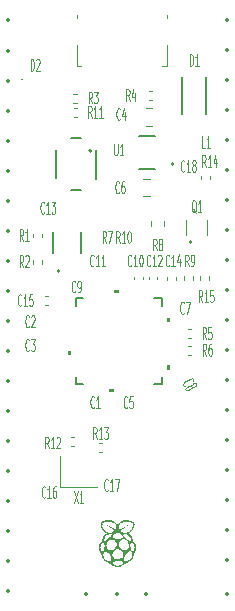
<source format=gbr>
%TF.GenerationSoftware,KiCad,Pcbnew,8.0.8*%
%TF.CreationDate,2025-02-11T11:30:28+05:30*%
%TF.ProjectId,my-template,6d792d74-656d-4706-9c61-74652e6b6963,rev?*%
%TF.SameCoordinates,Original*%
%TF.FileFunction,Legend,Top*%
%TF.FilePolarity,Positive*%
%FSLAX46Y46*%
G04 Gerber Fmt 4.6, Leading zero omitted, Abs format (unit mm)*
G04 Created by KiCad (PCBNEW 8.0.8) date 2025-02-11 11:30:28*
%MOMM*%
%LPD*%
G01*
G04 APERTURE LIST*
%ADD10C,0.100000*%
%ADD11C,0.120000*%
%ADD12C,0.150000*%
%ADD13C,0.152400*%
%ADD14C,0.000000*%
%ADD15C,0.200000*%
%ADD16C,0.350000*%
G04 APERTURE END LIST*
D10*
X147054980Y-79654257D02*
X147007361Y-79606638D01*
X147007361Y-79606638D02*
X146959742Y-79511400D01*
X146959742Y-79511400D02*
X146888314Y-79368542D01*
X146888314Y-79368542D02*
X146840695Y-79320923D01*
X146840695Y-79320923D02*
X146793076Y-79320923D01*
X146816885Y-79559019D02*
X146769266Y-79511400D01*
X146769266Y-79511400D02*
X146721647Y-79416161D01*
X146721647Y-79416161D02*
X146697838Y-79225685D01*
X146697838Y-79225685D02*
X146697838Y-78892352D01*
X146697838Y-78892352D02*
X146721647Y-78701876D01*
X146721647Y-78701876D02*
X146769266Y-78606638D01*
X146769266Y-78606638D02*
X146816885Y-78559019D01*
X146816885Y-78559019D02*
X146912123Y-78559019D01*
X146912123Y-78559019D02*
X146959742Y-78606638D01*
X146959742Y-78606638D02*
X147007361Y-78701876D01*
X147007361Y-78701876D02*
X147031171Y-78892352D01*
X147031171Y-78892352D02*
X147031171Y-79225685D01*
X147031171Y-79225685D02*
X147007361Y-79416161D01*
X147007361Y-79416161D02*
X146959742Y-79511400D01*
X146959742Y-79511400D02*
X146912123Y-79559019D01*
X146912123Y-79559019D02*
X146816885Y-79559019D01*
X147507362Y-79559019D02*
X147221648Y-79559019D01*
X147364505Y-79559019D02*
X147364505Y-78559019D01*
X147364505Y-78559019D02*
X147316886Y-78701876D01*
X147316886Y-78701876D02*
X147269267Y-78797114D01*
X147269267Y-78797114D02*
X147221648Y-78844733D01*
X147889266Y-90309019D02*
X147722600Y-89832828D01*
X147603552Y-90309019D02*
X147603552Y-89309019D01*
X147603552Y-89309019D02*
X147794028Y-89309019D01*
X147794028Y-89309019D02*
X147841647Y-89356638D01*
X147841647Y-89356638D02*
X147865457Y-89404257D01*
X147865457Y-89404257D02*
X147889266Y-89499495D01*
X147889266Y-89499495D02*
X147889266Y-89642352D01*
X147889266Y-89642352D02*
X147865457Y-89737590D01*
X147865457Y-89737590D02*
X147841647Y-89785209D01*
X147841647Y-89785209D02*
X147794028Y-89832828D01*
X147794028Y-89832828D02*
X147603552Y-89832828D01*
X148341647Y-89309019D02*
X148103552Y-89309019D01*
X148103552Y-89309019D02*
X148079743Y-89785209D01*
X148079743Y-89785209D02*
X148103552Y-89737590D01*
X148103552Y-89737590D02*
X148151171Y-89689971D01*
X148151171Y-89689971D02*
X148270219Y-89689971D01*
X148270219Y-89689971D02*
X148317838Y-89737590D01*
X148317838Y-89737590D02*
X148341647Y-89785209D01*
X148341647Y-89785209D02*
X148365457Y-89880447D01*
X148365457Y-89880447D02*
X148365457Y-90118542D01*
X148365457Y-90118542D02*
X148341647Y-90213780D01*
X148341647Y-90213780D02*
X148317838Y-90261400D01*
X148317838Y-90261400D02*
X148270219Y-90309019D01*
X148270219Y-90309019D02*
X148151171Y-90309019D01*
X148151171Y-90309019D02*
X148103552Y-90261400D01*
X148103552Y-90261400D02*
X148079743Y-90213780D01*
X132909266Y-89213780D02*
X132885457Y-89261400D01*
X132885457Y-89261400D02*
X132814028Y-89309019D01*
X132814028Y-89309019D02*
X132766409Y-89309019D01*
X132766409Y-89309019D02*
X132694981Y-89261400D01*
X132694981Y-89261400D02*
X132647362Y-89166161D01*
X132647362Y-89166161D02*
X132623552Y-89070923D01*
X132623552Y-89070923D02*
X132599743Y-88880447D01*
X132599743Y-88880447D02*
X132599743Y-88737590D01*
X132599743Y-88737590D02*
X132623552Y-88547114D01*
X132623552Y-88547114D02*
X132647362Y-88451876D01*
X132647362Y-88451876D02*
X132694981Y-88356638D01*
X132694981Y-88356638D02*
X132766409Y-88309019D01*
X132766409Y-88309019D02*
X132814028Y-88309019D01*
X132814028Y-88309019D02*
X132885457Y-88356638D01*
X132885457Y-88356638D02*
X132909266Y-88404257D01*
X133099743Y-88404257D02*
X133123552Y-88356638D01*
X133123552Y-88356638D02*
X133171171Y-88309019D01*
X133171171Y-88309019D02*
X133290219Y-88309019D01*
X133290219Y-88309019D02*
X133337838Y-88356638D01*
X133337838Y-88356638D02*
X133361647Y-88404257D01*
X133361647Y-88404257D02*
X133385457Y-88499495D01*
X133385457Y-88499495D02*
X133385457Y-88594733D01*
X133385457Y-88594733D02*
X133361647Y-88737590D01*
X133361647Y-88737590D02*
X133075933Y-89309019D01*
X133075933Y-89309019D02*
X133385457Y-89309019D01*
X146523552Y-67182419D02*
X146523552Y-66182419D01*
X146523552Y-66182419D02*
X146642600Y-66182419D01*
X146642600Y-66182419D02*
X146714028Y-66230038D01*
X146714028Y-66230038D02*
X146761647Y-66325276D01*
X146761647Y-66325276D02*
X146785457Y-66420514D01*
X146785457Y-66420514D02*
X146809266Y-66610990D01*
X146809266Y-66610990D02*
X146809266Y-66753847D01*
X146809266Y-66753847D02*
X146785457Y-66944323D01*
X146785457Y-66944323D02*
X146761647Y-67039561D01*
X146761647Y-67039561D02*
X146714028Y-67134800D01*
X146714028Y-67134800D02*
X146642600Y-67182419D01*
X146642600Y-67182419D02*
X146523552Y-67182419D01*
X147285457Y-67182419D02*
X146999743Y-67182419D01*
X147142600Y-67182419D02*
X147142600Y-66182419D01*
X147142600Y-66182419D02*
X147094981Y-66325276D01*
X147094981Y-66325276D02*
X147047362Y-66420514D01*
X147047362Y-66420514D02*
X146999743Y-66468133D01*
X141419266Y-70159019D02*
X141252600Y-69682828D01*
X141133552Y-70159019D02*
X141133552Y-69159019D01*
X141133552Y-69159019D02*
X141324028Y-69159019D01*
X141324028Y-69159019D02*
X141371647Y-69206638D01*
X141371647Y-69206638D02*
X141395457Y-69254257D01*
X141395457Y-69254257D02*
X141419266Y-69349495D01*
X141419266Y-69349495D02*
X141419266Y-69492352D01*
X141419266Y-69492352D02*
X141395457Y-69587590D01*
X141395457Y-69587590D02*
X141371647Y-69635209D01*
X141371647Y-69635209D02*
X141324028Y-69682828D01*
X141324028Y-69682828D02*
X141133552Y-69682828D01*
X141847838Y-69492352D02*
X141847838Y-70159019D01*
X141728790Y-69111400D02*
X141609743Y-69825685D01*
X141609743Y-69825685D02*
X141919266Y-69825685D01*
X141581171Y-84063780D02*
X141557362Y-84111400D01*
X141557362Y-84111400D02*
X141485933Y-84159019D01*
X141485933Y-84159019D02*
X141438314Y-84159019D01*
X141438314Y-84159019D02*
X141366886Y-84111400D01*
X141366886Y-84111400D02*
X141319267Y-84016161D01*
X141319267Y-84016161D02*
X141295457Y-83920923D01*
X141295457Y-83920923D02*
X141271648Y-83730447D01*
X141271648Y-83730447D02*
X141271648Y-83587590D01*
X141271648Y-83587590D02*
X141295457Y-83397114D01*
X141295457Y-83397114D02*
X141319267Y-83301876D01*
X141319267Y-83301876D02*
X141366886Y-83206638D01*
X141366886Y-83206638D02*
X141438314Y-83159019D01*
X141438314Y-83159019D02*
X141485933Y-83159019D01*
X141485933Y-83159019D02*
X141557362Y-83206638D01*
X141557362Y-83206638D02*
X141581171Y-83254257D01*
X142057362Y-84159019D02*
X141771648Y-84159019D01*
X141914505Y-84159019D02*
X141914505Y-83159019D01*
X141914505Y-83159019D02*
X141866886Y-83301876D01*
X141866886Y-83301876D02*
X141819267Y-83397114D01*
X141819267Y-83397114D02*
X141771648Y-83444733D01*
X142366885Y-83159019D02*
X142414504Y-83159019D01*
X142414504Y-83159019D02*
X142462123Y-83206638D01*
X142462123Y-83206638D02*
X142485933Y-83254257D01*
X142485933Y-83254257D02*
X142509742Y-83349495D01*
X142509742Y-83349495D02*
X142533552Y-83539971D01*
X142533552Y-83539971D02*
X142533552Y-83778066D01*
X142533552Y-83778066D02*
X142509742Y-83968542D01*
X142509742Y-83968542D02*
X142485933Y-84063780D01*
X142485933Y-84063780D02*
X142462123Y-84111400D01*
X142462123Y-84111400D02*
X142414504Y-84159019D01*
X142414504Y-84159019D02*
X142366885Y-84159019D01*
X142366885Y-84159019D02*
X142319266Y-84111400D01*
X142319266Y-84111400D02*
X142295457Y-84063780D01*
X142295457Y-84063780D02*
X142271647Y-83968542D01*
X142271647Y-83968542D02*
X142247838Y-83778066D01*
X142247838Y-83778066D02*
X142247838Y-83539971D01*
X142247838Y-83539971D02*
X142271647Y-83349495D01*
X142271647Y-83349495D02*
X142295457Y-83254257D01*
X142295457Y-83254257D02*
X142319266Y-83206638D01*
X142319266Y-83206638D02*
X142366885Y-83159019D01*
X146019266Y-88063780D02*
X145995457Y-88111400D01*
X145995457Y-88111400D02*
X145924028Y-88159019D01*
X145924028Y-88159019D02*
X145876409Y-88159019D01*
X145876409Y-88159019D02*
X145804981Y-88111400D01*
X145804981Y-88111400D02*
X145757362Y-88016161D01*
X145757362Y-88016161D02*
X145733552Y-87920923D01*
X145733552Y-87920923D02*
X145709743Y-87730447D01*
X145709743Y-87730447D02*
X145709743Y-87587590D01*
X145709743Y-87587590D02*
X145733552Y-87397114D01*
X145733552Y-87397114D02*
X145757362Y-87301876D01*
X145757362Y-87301876D02*
X145804981Y-87206638D01*
X145804981Y-87206638D02*
X145876409Y-87159019D01*
X145876409Y-87159019D02*
X145924028Y-87159019D01*
X145924028Y-87159019D02*
X145995457Y-87206638D01*
X145995457Y-87206638D02*
X146019266Y-87254257D01*
X146185933Y-87159019D02*
X146519266Y-87159019D01*
X146519266Y-87159019D02*
X146304981Y-88159019D01*
X132909266Y-91213780D02*
X132885457Y-91261400D01*
X132885457Y-91261400D02*
X132814028Y-91309019D01*
X132814028Y-91309019D02*
X132766409Y-91309019D01*
X132766409Y-91309019D02*
X132694981Y-91261400D01*
X132694981Y-91261400D02*
X132647362Y-91166161D01*
X132647362Y-91166161D02*
X132623552Y-91070923D01*
X132623552Y-91070923D02*
X132599743Y-90880447D01*
X132599743Y-90880447D02*
X132599743Y-90737590D01*
X132599743Y-90737590D02*
X132623552Y-90547114D01*
X132623552Y-90547114D02*
X132647362Y-90451876D01*
X132647362Y-90451876D02*
X132694981Y-90356638D01*
X132694981Y-90356638D02*
X132766409Y-90309019D01*
X132766409Y-90309019D02*
X132814028Y-90309019D01*
X132814028Y-90309019D02*
X132885457Y-90356638D01*
X132885457Y-90356638D02*
X132909266Y-90404257D01*
X133075933Y-90309019D02*
X133385457Y-90309019D01*
X133385457Y-90309019D02*
X133218790Y-90689971D01*
X133218790Y-90689971D02*
X133290219Y-90689971D01*
X133290219Y-90689971D02*
X133337838Y-90737590D01*
X133337838Y-90737590D02*
X133361647Y-90785209D01*
X133361647Y-90785209D02*
X133385457Y-90880447D01*
X133385457Y-90880447D02*
X133385457Y-91118542D01*
X133385457Y-91118542D02*
X133361647Y-91213780D01*
X133361647Y-91213780D02*
X133337838Y-91261400D01*
X133337838Y-91261400D02*
X133290219Y-91309019D01*
X133290219Y-91309019D02*
X133147362Y-91309019D01*
X133147362Y-91309019D02*
X133099743Y-91261400D01*
X133099743Y-91261400D02*
X133075933Y-91213780D01*
X140581171Y-82159019D02*
X140414505Y-81682828D01*
X140295457Y-82159019D02*
X140295457Y-81159019D01*
X140295457Y-81159019D02*
X140485933Y-81159019D01*
X140485933Y-81159019D02*
X140533552Y-81206638D01*
X140533552Y-81206638D02*
X140557362Y-81254257D01*
X140557362Y-81254257D02*
X140581171Y-81349495D01*
X140581171Y-81349495D02*
X140581171Y-81492352D01*
X140581171Y-81492352D02*
X140557362Y-81587590D01*
X140557362Y-81587590D02*
X140533552Y-81635209D01*
X140533552Y-81635209D02*
X140485933Y-81682828D01*
X140485933Y-81682828D02*
X140295457Y-81682828D01*
X141057362Y-82159019D02*
X140771648Y-82159019D01*
X140914505Y-82159019D02*
X140914505Y-81159019D01*
X140914505Y-81159019D02*
X140866886Y-81301876D01*
X140866886Y-81301876D02*
X140819267Y-81397114D01*
X140819267Y-81397114D02*
X140771648Y-81444733D01*
X141366885Y-81159019D02*
X141414504Y-81159019D01*
X141414504Y-81159019D02*
X141462123Y-81206638D01*
X141462123Y-81206638D02*
X141485933Y-81254257D01*
X141485933Y-81254257D02*
X141509742Y-81349495D01*
X141509742Y-81349495D02*
X141533552Y-81539971D01*
X141533552Y-81539971D02*
X141533552Y-81778066D01*
X141533552Y-81778066D02*
X141509742Y-81968542D01*
X141509742Y-81968542D02*
X141485933Y-82063780D01*
X141485933Y-82063780D02*
X141462123Y-82111400D01*
X141462123Y-82111400D02*
X141414504Y-82159019D01*
X141414504Y-82159019D02*
X141366885Y-82159019D01*
X141366885Y-82159019D02*
X141319266Y-82111400D01*
X141319266Y-82111400D02*
X141295457Y-82063780D01*
X141295457Y-82063780D02*
X141271647Y-81968542D01*
X141271647Y-81968542D02*
X141247838Y-81778066D01*
X141247838Y-81778066D02*
X141247838Y-81539971D01*
X141247838Y-81539971D02*
X141271647Y-81349495D01*
X141271647Y-81349495D02*
X141295457Y-81254257D01*
X141295457Y-81254257D02*
X141319266Y-81206638D01*
X141319266Y-81206638D02*
X141366885Y-81159019D01*
X140619266Y-71663780D02*
X140595457Y-71711400D01*
X140595457Y-71711400D02*
X140524028Y-71759019D01*
X140524028Y-71759019D02*
X140476409Y-71759019D01*
X140476409Y-71759019D02*
X140404981Y-71711400D01*
X140404981Y-71711400D02*
X140357362Y-71616161D01*
X140357362Y-71616161D02*
X140333552Y-71520923D01*
X140333552Y-71520923D02*
X140309743Y-71330447D01*
X140309743Y-71330447D02*
X140309743Y-71187590D01*
X140309743Y-71187590D02*
X140333552Y-70997114D01*
X140333552Y-70997114D02*
X140357362Y-70901876D01*
X140357362Y-70901876D02*
X140404981Y-70806638D01*
X140404981Y-70806638D02*
X140476409Y-70759019D01*
X140476409Y-70759019D02*
X140524028Y-70759019D01*
X140524028Y-70759019D02*
X140595457Y-70806638D01*
X140595457Y-70806638D02*
X140619266Y-70854257D01*
X141047838Y-71092352D02*
X141047838Y-71759019D01*
X140928790Y-70711400D02*
X140809743Y-71425685D01*
X140809743Y-71425685D02*
X141119266Y-71425685D01*
X147809266Y-74124019D02*
X147571171Y-74124019D01*
X147571171Y-74124019D02*
X147571171Y-73124019D01*
X148237838Y-74124019D02*
X147952124Y-74124019D01*
X148094981Y-74124019D02*
X148094981Y-73124019D01*
X148094981Y-73124019D02*
X148047362Y-73266876D01*
X148047362Y-73266876D02*
X147999743Y-73362114D01*
X147999743Y-73362114D02*
X147952124Y-73409733D01*
X147909266Y-91709019D02*
X147742600Y-91232828D01*
X147623552Y-91709019D02*
X147623552Y-90709019D01*
X147623552Y-90709019D02*
X147814028Y-90709019D01*
X147814028Y-90709019D02*
X147861647Y-90756638D01*
X147861647Y-90756638D02*
X147885457Y-90804257D01*
X147885457Y-90804257D02*
X147909266Y-90899495D01*
X147909266Y-90899495D02*
X147909266Y-91042352D01*
X147909266Y-91042352D02*
X147885457Y-91137590D01*
X147885457Y-91137590D02*
X147861647Y-91185209D01*
X147861647Y-91185209D02*
X147814028Y-91232828D01*
X147814028Y-91232828D02*
X147623552Y-91232828D01*
X148337838Y-90709019D02*
X148242600Y-90709019D01*
X148242600Y-90709019D02*
X148194981Y-90756638D01*
X148194981Y-90756638D02*
X148171171Y-90804257D01*
X148171171Y-90804257D02*
X148123552Y-90947114D01*
X148123552Y-90947114D02*
X148099743Y-91137590D01*
X148099743Y-91137590D02*
X148099743Y-91518542D01*
X148099743Y-91518542D02*
X148123552Y-91613780D01*
X148123552Y-91613780D02*
X148147362Y-91661400D01*
X148147362Y-91661400D02*
X148194981Y-91709019D01*
X148194981Y-91709019D02*
X148290219Y-91709019D01*
X148290219Y-91709019D02*
X148337838Y-91661400D01*
X148337838Y-91661400D02*
X148361647Y-91613780D01*
X148361647Y-91613780D02*
X148385457Y-91518542D01*
X148385457Y-91518542D02*
X148385457Y-91280447D01*
X148385457Y-91280447D02*
X148361647Y-91185209D01*
X148361647Y-91185209D02*
X148337838Y-91137590D01*
X148337838Y-91137590D02*
X148290219Y-91089971D01*
X148290219Y-91089971D02*
X148194981Y-91089971D01*
X148194981Y-91089971D02*
X148147362Y-91137590D01*
X148147362Y-91137590D02*
X148123552Y-91185209D01*
X148123552Y-91185209D02*
X148099743Y-91280447D01*
X134581171Y-99559019D02*
X134414505Y-99082828D01*
X134295457Y-99559019D02*
X134295457Y-98559019D01*
X134295457Y-98559019D02*
X134485933Y-98559019D01*
X134485933Y-98559019D02*
X134533552Y-98606638D01*
X134533552Y-98606638D02*
X134557362Y-98654257D01*
X134557362Y-98654257D02*
X134581171Y-98749495D01*
X134581171Y-98749495D02*
X134581171Y-98892352D01*
X134581171Y-98892352D02*
X134557362Y-98987590D01*
X134557362Y-98987590D02*
X134533552Y-99035209D01*
X134533552Y-99035209D02*
X134485933Y-99082828D01*
X134485933Y-99082828D02*
X134295457Y-99082828D01*
X135057362Y-99559019D02*
X134771648Y-99559019D01*
X134914505Y-99559019D02*
X134914505Y-98559019D01*
X134914505Y-98559019D02*
X134866886Y-98701876D01*
X134866886Y-98701876D02*
X134819267Y-98797114D01*
X134819267Y-98797114D02*
X134771648Y-98844733D01*
X135247838Y-98654257D02*
X135271647Y-98606638D01*
X135271647Y-98606638D02*
X135319266Y-98559019D01*
X135319266Y-98559019D02*
X135438314Y-98559019D01*
X135438314Y-98559019D02*
X135485933Y-98606638D01*
X135485933Y-98606638D02*
X135509742Y-98654257D01*
X135509742Y-98654257D02*
X135533552Y-98749495D01*
X135533552Y-98749495D02*
X135533552Y-98844733D01*
X135533552Y-98844733D02*
X135509742Y-98987590D01*
X135509742Y-98987590D02*
X135224028Y-99559019D01*
X135224028Y-99559019D02*
X135533552Y-99559019D01*
X146071171Y-76063780D02*
X146047362Y-76111400D01*
X146047362Y-76111400D02*
X145975933Y-76159019D01*
X145975933Y-76159019D02*
X145928314Y-76159019D01*
X145928314Y-76159019D02*
X145856886Y-76111400D01*
X145856886Y-76111400D02*
X145809267Y-76016161D01*
X145809267Y-76016161D02*
X145785457Y-75920923D01*
X145785457Y-75920923D02*
X145761648Y-75730447D01*
X145761648Y-75730447D02*
X145761648Y-75587590D01*
X145761648Y-75587590D02*
X145785457Y-75397114D01*
X145785457Y-75397114D02*
X145809267Y-75301876D01*
X145809267Y-75301876D02*
X145856886Y-75206638D01*
X145856886Y-75206638D02*
X145928314Y-75159019D01*
X145928314Y-75159019D02*
X145975933Y-75159019D01*
X145975933Y-75159019D02*
X146047362Y-75206638D01*
X146047362Y-75206638D02*
X146071171Y-75254257D01*
X146547362Y-76159019D02*
X146261648Y-76159019D01*
X146404505Y-76159019D02*
X146404505Y-75159019D01*
X146404505Y-75159019D02*
X146356886Y-75301876D01*
X146356886Y-75301876D02*
X146309267Y-75397114D01*
X146309267Y-75397114D02*
X146261648Y-75444733D01*
X146833076Y-75587590D02*
X146785457Y-75539971D01*
X146785457Y-75539971D02*
X146761647Y-75492352D01*
X146761647Y-75492352D02*
X146737838Y-75397114D01*
X146737838Y-75397114D02*
X146737838Y-75349495D01*
X146737838Y-75349495D02*
X146761647Y-75254257D01*
X146761647Y-75254257D02*
X146785457Y-75206638D01*
X146785457Y-75206638D02*
X146833076Y-75159019D01*
X146833076Y-75159019D02*
X146928314Y-75159019D01*
X146928314Y-75159019D02*
X146975933Y-75206638D01*
X146975933Y-75206638D02*
X146999742Y-75254257D01*
X146999742Y-75254257D02*
X147023552Y-75349495D01*
X147023552Y-75349495D02*
X147023552Y-75397114D01*
X147023552Y-75397114D02*
X146999742Y-75492352D01*
X146999742Y-75492352D02*
X146975933Y-75539971D01*
X146975933Y-75539971D02*
X146928314Y-75587590D01*
X146928314Y-75587590D02*
X146833076Y-75587590D01*
X146833076Y-75587590D02*
X146785457Y-75635209D01*
X146785457Y-75635209D02*
X146761647Y-75682828D01*
X146761647Y-75682828D02*
X146737838Y-75778066D01*
X146737838Y-75778066D02*
X146737838Y-75968542D01*
X146737838Y-75968542D02*
X146761647Y-76063780D01*
X146761647Y-76063780D02*
X146785457Y-76111400D01*
X146785457Y-76111400D02*
X146833076Y-76159019D01*
X146833076Y-76159019D02*
X146928314Y-76159019D01*
X146928314Y-76159019D02*
X146975933Y-76111400D01*
X146975933Y-76111400D02*
X146999742Y-76063780D01*
X146999742Y-76063780D02*
X147023552Y-75968542D01*
X147023552Y-75968542D02*
X147023552Y-75778066D01*
X147023552Y-75778066D02*
X146999742Y-75682828D01*
X146999742Y-75682828D02*
X146975933Y-75635209D01*
X146975933Y-75635209D02*
X146928314Y-75587590D01*
X146419266Y-84159019D02*
X146252600Y-83682828D01*
X146133552Y-84159019D02*
X146133552Y-83159019D01*
X146133552Y-83159019D02*
X146324028Y-83159019D01*
X146324028Y-83159019D02*
X146371647Y-83206638D01*
X146371647Y-83206638D02*
X146395457Y-83254257D01*
X146395457Y-83254257D02*
X146419266Y-83349495D01*
X146419266Y-83349495D02*
X146419266Y-83492352D01*
X146419266Y-83492352D02*
X146395457Y-83587590D01*
X146395457Y-83587590D02*
X146371647Y-83635209D01*
X146371647Y-83635209D02*
X146324028Y-83682828D01*
X146324028Y-83682828D02*
X146133552Y-83682828D01*
X146657362Y-84159019D02*
X146752600Y-84159019D01*
X146752600Y-84159019D02*
X146800219Y-84111400D01*
X146800219Y-84111400D02*
X146824028Y-84063780D01*
X146824028Y-84063780D02*
X146871647Y-83920923D01*
X146871647Y-83920923D02*
X146895457Y-83730447D01*
X146895457Y-83730447D02*
X146895457Y-83349495D01*
X146895457Y-83349495D02*
X146871647Y-83254257D01*
X146871647Y-83254257D02*
X146847838Y-83206638D01*
X146847838Y-83206638D02*
X146800219Y-83159019D01*
X146800219Y-83159019D02*
X146704981Y-83159019D01*
X146704981Y-83159019D02*
X146657362Y-83206638D01*
X146657362Y-83206638D02*
X146633552Y-83254257D01*
X146633552Y-83254257D02*
X146609743Y-83349495D01*
X146609743Y-83349495D02*
X146609743Y-83587590D01*
X146609743Y-83587590D02*
X146633552Y-83682828D01*
X146633552Y-83682828D02*
X146657362Y-83730447D01*
X146657362Y-83730447D02*
X146704981Y-83778066D01*
X146704981Y-83778066D02*
X146800219Y-83778066D01*
X146800219Y-83778066D02*
X146847838Y-83730447D01*
X146847838Y-83730447D02*
X146871647Y-83682828D01*
X146871647Y-83682828D02*
X146895457Y-83587590D01*
X140529266Y-77863780D02*
X140505457Y-77911400D01*
X140505457Y-77911400D02*
X140434028Y-77959019D01*
X140434028Y-77959019D02*
X140386409Y-77959019D01*
X140386409Y-77959019D02*
X140314981Y-77911400D01*
X140314981Y-77911400D02*
X140267362Y-77816161D01*
X140267362Y-77816161D02*
X140243552Y-77720923D01*
X140243552Y-77720923D02*
X140219743Y-77530447D01*
X140219743Y-77530447D02*
X140219743Y-77387590D01*
X140219743Y-77387590D02*
X140243552Y-77197114D01*
X140243552Y-77197114D02*
X140267362Y-77101876D01*
X140267362Y-77101876D02*
X140314981Y-77006638D01*
X140314981Y-77006638D02*
X140386409Y-76959019D01*
X140386409Y-76959019D02*
X140434028Y-76959019D01*
X140434028Y-76959019D02*
X140505457Y-77006638D01*
X140505457Y-77006638D02*
X140529266Y-77054257D01*
X140957838Y-76959019D02*
X140862600Y-76959019D01*
X140862600Y-76959019D02*
X140814981Y-77006638D01*
X140814981Y-77006638D02*
X140791171Y-77054257D01*
X140791171Y-77054257D02*
X140743552Y-77197114D01*
X140743552Y-77197114D02*
X140719743Y-77387590D01*
X140719743Y-77387590D02*
X140719743Y-77768542D01*
X140719743Y-77768542D02*
X140743552Y-77863780D01*
X140743552Y-77863780D02*
X140767362Y-77911400D01*
X140767362Y-77911400D02*
X140814981Y-77959019D01*
X140814981Y-77959019D02*
X140910219Y-77959019D01*
X140910219Y-77959019D02*
X140957838Y-77911400D01*
X140957838Y-77911400D02*
X140981647Y-77863780D01*
X140981647Y-77863780D02*
X141005457Y-77768542D01*
X141005457Y-77768542D02*
X141005457Y-77530447D01*
X141005457Y-77530447D02*
X140981647Y-77435209D01*
X140981647Y-77435209D02*
X140957838Y-77387590D01*
X140957838Y-77387590D02*
X140910219Y-77339971D01*
X140910219Y-77339971D02*
X140814981Y-77339971D01*
X140814981Y-77339971D02*
X140767362Y-77387590D01*
X140767362Y-77387590D02*
X140743552Y-77435209D01*
X140743552Y-77435209D02*
X140719743Y-77530447D01*
X147871171Y-75759019D02*
X147704505Y-75282828D01*
X147585457Y-75759019D02*
X147585457Y-74759019D01*
X147585457Y-74759019D02*
X147775933Y-74759019D01*
X147775933Y-74759019D02*
X147823552Y-74806638D01*
X147823552Y-74806638D02*
X147847362Y-74854257D01*
X147847362Y-74854257D02*
X147871171Y-74949495D01*
X147871171Y-74949495D02*
X147871171Y-75092352D01*
X147871171Y-75092352D02*
X147847362Y-75187590D01*
X147847362Y-75187590D02*
X147823552Y-75235209D01*
X147823552Y-75235209D02*
X147775933Y-75282828D01*
X147775933Y-75282828D02*
X147585457Y-75282828D01*
X148347362Y-75759019D02*
X148061648Y-75759019D01*
X148204505Y-75759019D02*
X148204505Y-74759019D01*
X148204505Y-74759019D02*
X148156886Y-74901876D01*
X148156886Y-74901876D02*
X148109267Y-74997114D01*
X148109267Y-74997114D02*
X148061648Y-75044733D01*
X148775933Y-75092352D02*
X148775933Y-75759019D01*
X148656885Y-74711400D02*
X148537838Y-75425685D01*
X148537838Y-75425685D02*
X148847361Y-75425685D01*
X136819266Y-86263780D02*
X136795457Y-86311400D01*
X136795457Y-86311400D02*
X136724028Y-86359019D01*
X136724028Y-86359019D02*
X136676409Y-86359019D01*
X136676409Y-86359019D02*
X136604981Y-86311400D01*
X136604981Y-86311400D02*
X136557362Y-86216161D01*
X136557362Y-86216161D02*
X136533552Y-86120923D01*
X136533552Y-86120923D02*
X136509743Y-85930447D01*
X136509743Y-85930447D02*
X136509743Y-85787590D01*
X136509743Y-85787590D02*
X136533552Y-85597114D01*
X136533552Y-85597114D02*
X136557362Y-85501876D01*
X136557362Y-85501876D02*
X136604981Y-85406638D01*
X136604981Y-85406638D02*
X136676409Y-85359019D01*
X136676409Y-85359019D02*
X136724028Y-85359019D01*
X136724028Y-85359019D02*
X136795457Y-85406638D01*
X136795457Y-85406638D02*
X136819266Y-85454257D01*
X137057362Y-86359019D02*
X137152600Y-86359019D01*
X137152600Y-86359019D02*
X137200219Y-86311400D01*
X137200219Y-86311400D02*
X137224028Y-86263780D01*
X137224028Y-86263780D02*
X137271647Y-86120923D01*
X137271647Y-86120923D02*
X137295457Y-85930447D01*
X137295457Y-85930447D02*
X137295457Y-85549495D01*
X137295457Y-85549495D02*
X137271647Y-85454257D01*
X137271647Y-85454257D02*
X137247838Y-85406638D01*
X137247838Y-85406638D02*
X137200219Y-85359019D01*
X137200219Y-85359019D02*
X137104981Y-85359019D01*
X137104981Y-85359019D02*
X137057362Y-85406638D01*
X137057362Y-85406638D02*
X137033552Y-85454257D01*
X137033552Y-85454257D02*
X137009743Y-85549495D01*
X137009743Y-85549495D02*
X137009743Y-85787590D01*
X137009743Y-85787590D02*
X137033552Y-85882828D01*
X137033552Y-85882828D02*
X137057362Y-85930447D01*
X137057362Y-85930447D02*
X137104981Y-85978066D01*
X137104981Y-85978066D02*
X137200219Y-85978066D01*
X137200219Y-85978066D02*
X137247838Y-85930447D01*
X137247838Y-85930447D02*
X137271647Y-85882828D01*
X137271647Y-85882828D02*
X137295457Y-85787590D01*
X134281171Y-103663780D02*
X134257362Y-103711400D01*
X134257362Y-103711400D02*
X134185933Y-103759019D01*
X134185933Y-103759019D02*
X134138314Y-103759019D01*
X134138314Y-103759019D02*
X134066886Y-103711400D01*
X134066886Y-103711400D02*
X134019267Y-103616161D01*
X134019267Y-103616161D02*
X133995457Y-103520923D01*
X133995457Y-103520923D02*
X133971648Y-103330447D01*
X133971648Y-103330447D02*
X133971648Y-103187590D01*
X133971648Y-103187590D02*
X133995457Y-102997114D01*
X133995457Y-102997114D02*
X134019267Y-102901876D01*
X134019267Y-102901876D02*
X134066886Y-102806638D01*
X134066886Y-102806638D02*
X134138314Y-102759019D01*
X134138314Y-102759019D02*
X134185933Y-102759019D01*
X134185933Y-102759019D02*
X134257362Y-102806638D01*
X134257362Y-102806638D02*
X134281171Y-102854257D01*
X134757362Y-103759019D02*
X134471648Y-103759019D01*
X134614505Y-103759019D02*
X134614505Y-102759019D01*
X134614505Y-102759019D02*
X134566886Y-102901876D01*
X134566886Y-102901876D02*
X134519267Y-102997114D01*
X134519267Y-102997114D02*
X134471648Y-103044733D01*
X135185933Y-102759019D02*
X135090695Y-102759019D01*
X135090695Y-102759019D02*
X135043076Y-102806638D01*
X135043076Y-102806638D02*
X135019266Y-102854257D01*
X135019266Y-102854257D02*
X134971647Y-102997114D01*
X134971647Y-102997114D02*
X134947838Y-103187590D01*
X134947838Y-103187590D02*
X134947838Y-103568542D01*
X134947838Y-103568542D02*
X134971647Y-103663780D01*
X134971647Y-103663780D02*
X134995457Y-103711400D01*
X134995457Y-103711400D02*
X135043076Y-103759019D01*
X135043076Y-103759019D02*
X135138314Y-103759019D01*
X135138314Y-103759019D02*
X135185933Y-103711400D01*
X135185933Y-103711400D02*
X135209742Y-103663780D01*
X135209742Y-103663780D02*
X135233552Y-103568542D01*
X135233552Y-103568542D02*
X135233552Y-103330447D01*
X135233552Y-103330447D02*
X135209742Y-103235209D01*
X135209742Y-103235209D02*
X135185933Y-103187590D01*
X135185933Y-103187590D02*
X135138314Y-103139971D01*
X135138314Y-103139971D02*
X135043076Y-103139971D01*
X135043076Y-103139971D02*
X134995457Y-103187590D01*
X134995457Y-103187590D02*
X134971647Y-103235209D01*
X134971647Y-103235209D02*
X134947838Y-103330447D01*
X133048552Y-67589019D02*
X133048552Y-66589019D01*
X133048552Y-66589019D02*
X133167600Y-66589019D01*
X133167600Y-66589019D02*
X133239028Y-66636638D01*
X133239028Y-66636638D02*
X133286647Y-66731876D01*
X133286647Y-66731876D02*
X133310457Y-66827114D01*
X133310457Y-66827114D02*
X133334266Y-67017590D01*
X133334266Y-67017590D02*
X133334266Y-67160447D01*
X133334266Y-67160447D02*
X133310457Y-67350923D01*
X133310457Y-67350923D02*
X133286647Y-67446161D01*
X133286647Y-67446161D02*
X133239028Y-67541400D01*
X133239028Y-67541400D02*
X133167600Y-67589019D01*
X133167600Y-67589019D02*
X133048552Y-67589019D01*
X133524743Y-66684257D02*
X133548552Y-66636638D01*
X133548552Y-66636638D02*
X133596171Y-66589019D01*
X133596171Y-66589019D02*
X133715219Y-66589019D01*
X133715219Y-66589019D02*
X133762838Y-66636638D01*
X133762838Y-66636638D02*
X133786647Y-66684257D01*
X133786647Y-66684257D02*
X133810457Y-66779495D01*
X133810457Y-66779495D02*
X133810457Y-66874733D01*
X133810457Y-66874733D02*
X133786647Y-67017590D01*
X133786647Y-67017590D02*
X133500933Y-67589019D01*
X133500933Y-67589019D02*
X133810457Y-67589019D01*
X138631171Y-98759019D02*
X138464505Y-98282828D01*
X138345457Y-98759019D02*
X138345457Y-97759019D01*
X138345457Y-97759019D02*
X138535933Y-97759019D01*
X138535933Y-97759019D02*
X138583552Y-97806638D01*
X138583552Y-97806638D02*
X138607362Y-97854257D01*
X138607362Y-97854257D02*
X138631171Y-97949495D01*
X138631171Y-97949495D02*
X138631171Y-98092352D01*
X138631171Y-98092352D02*
X138607362Y-98187590D01*
X138607362Y-98187590D02*
X138583552Y-98235209D01*
X138583552Y-98235209D02*
X138535933Y-98282828D01*
X138535933Y-98282828D02*
X138345457Y-98282828D01*
X139107362Y-98759019D02*
X138821648Y-98759019D01*
X138964505Y-98759019D02*
X138964505Y-97759019D01*
X138964505Y-97759019D02*
X138916886Y-97901876D01*
X138916886Y-97901876D02*
X138869267Y-97997114D01*
X138869267Y-97997114D02*
X138821648Y-98044733D01*
X139274028Y-97759019D02*
X139583552Y-97759019D01*
X139583552Y-97759019D02*
X139416885Y-98139971D01*
X139416885Y-98139971D02*
X139488314Y-98139971D01*
X139488314Y-98139971D02*
X139535933Y-98187590D01*
X139535933Y-98187590D02*
X139559742Y-98235209D01*
X139559742Y-98235209D02*
X139583552Y-98330447D01*
X139583552Y-98330447D02*
X139583552Y-98568542D01*
X139583552Y-98568542D02*
X139559742Y-98663780D01*
X139559742Y-98663780D02*
X139535933Y-98711400D01*
X139535933Y-98711400D02*
X139488314Y-98759019D01*
X139488314Y-98759019D02*
X139345457Y-98759019D01*
X139345457Y-98759019D02*
X139297838Y-98711400D01*
X139297838Y-98711400D02*
X139274028Y-98663780D01*
X147581171Y-87159019D02*
X147414505Y-86682828D01*
X147295457Y-87159019D02*
X147295457Y-86159019D01*
X147295457Y-86159019D02*
X147485933Y-86159019D01*
X147485933Y-86159019D02*
X147533552Y-86206638D01*
X147533552Y-86206638D02*
X147557362Y-86254257D01*
X147557362Y-86254257D02*
X147581171Y-86349495D01*
X147581171Y-86349495D02*
X147581171Y-86492352D01*
X147581171Y-86492352D02*
X147557362Y-86587590D01*
X147557362Y-86587590D02*
X147533552Y-86635209D01*
X147533552Y-86635209D02*
X147485933Y-86682828D01*
X147485933Y-86682828D02*
X147295457Y-86682828D01*
X148057362Y-87159019D02*
X147771648Y-87159019D01*
X147914505Y-87159019D02*
X147914505Y-86159019D01*
X147914505Y-86159019D02*
X147866886Y-86301876D01*
X147866886Y-86301876D02*
X147819267Y-86397114D01*
X147819267Y-86397114D02*
X147771648Y-86444733D01*
X148509742Y-86159019D02*
X148271647Y-86159019D01*
X148271647Y-86159019D02*
X148247838Y-86635209D01*
X148247838Y-86635209D02*
X148271647Y-86587590D01*
X148271647Y-86587590D02*
X148319266Y-86539971D01*
X148319266Y-86539971D02*
X148438314Y-86539971D01*
X148438314Y-86539971D02*
X148485933Y-86587590D01*
X148485933Y-86587590D02*
X148509742Y-86635209D01*
X148509742Y-86635209D02*
X148533552Y-86730447D01*
X148533552Y-86730447D02*
X148533552Y-86968542D01*
X148533552Y-86968542D02*
X148509742Y-87063780D01*
X148509742Y-87063780D02*
X148485933Y-87111400D01*
X148485933Y-87111400D02*
X148438314Y-87159019D01*
X148438314Y-87159019D02*
X148319266Y-87159019D01*
X148319266Y-87159019D02*
X148271647Y-87111400D01*
X148271647Y-87111400D02*
X148247838Y-87063780D01*
X132419266Y-81999019D02*
X132252600Y-81522828D01*
X132133552Y-81999019D02*
X132133552Y-80999019D01*
X132133552Y-80999019D02*
X132324028Y-80999019D01*
X132324028Y-80999019D02*
X132371647Y-81046638D01*
X132371647Y-81046638D02*
X132395457Y-81094257D01*
X132395457Y-81094257D02*
X132419266Y-81189495D01*
X132419266Y-81189495D02*
X132419266Y-81332352D01*
X132419266Y-81332352D02*
X132395457Y-81427590D01*
X132395457Y-81427590D02*
X132371647Y-81475209D01*
X132371647Y-81475209D02*
X132324028Y-81522828D01*
X132324028Y-81522828D02*
X132133552Y-81522828D01*
X132895457Y-81999019D02*
X132609743Y-81999019D01*
X132752600Y-81999019D02*
X132752600Y-80999019D01*
X132752600Y-80999019D02*
X132704981Y-81141876D01*
X132704981Y-81141876D02*
X132657362Y-81237114D01*
X132657362Y-81237114D02*
X132609743Y-81284733D01*
X140121647Y-73759019D02*
X140121647Y-74568542D01*
X140121647Y-74568542D02*
X140145457Y-74663780D01*
X140145457Y-74663780D02*
X140169266Y-74711400D01*
X140169266Y-74711400D02*
X140216885Y-74759019D01*
X140216885Y-74759019D02*
X140312123Y-74759019D01*
X140312123Y-74759019D02*
X140359742Y-74711400D01*
X140359742Y-74711400D02*
X140383552Y-74663780D01*
X140383552Y-74663780D02*
X140407361Y-74568542D01*
X140407361Y-74568542D02*
X140407361Y-73759019D01*
X140907362Y-74759019D02*
X140621648Y-74759019D01*
X140764505Y-74759019D02*
X140764505Y-73759019D01*
X140764505Y-73759019D02*
X140716886Y-73901876D01*
X140716886Y-73901876D02*
X140669267Y-73997114D01*
X140669267Y-73997114D02*
X140621648Y-74044733D01*
X132419266Y-84219019D02*
X132252600Y-83742828D01*
X132133552Y-84219019D02*
X132133552Y-83219019D01*
X132133552Y-83219019D02*
X132324028Y-83219019D01*
X132324028Y-83219019D02*
X132371647Y-83266638D01*
X132371647Y-83266638D02*
X132395457Y-83314257D01*
X132395457Y-83314257D02*
X132419266Y-83409495D01*
X132419266Y-83409495D02*
X132419266Y-83552352D01*
X132419266Y-83552352D02*
X132395457Y-83647590D01*
X132395457Y-83647590D02*
X132371647Y-83695209D01*
X132371647Y-83695209D02*
X132324028Y-83742828D01*
X132324028Y-83742828D02*
X132133552Y-83742828D01*
X132609743Y-83314257D02*
X132633552Y-83266638D01*
X132633552Y-83266638D02*
X132681171Y-83219019D01*
X132681171Y-83219019D02*
X132800219Y-83219019D01*
X132800219Y-83219019D02*
X132847838Y-83266638D01*
X132847838Y-83266638D02*
X132871647Y-83314257D01*
X132871647Y-83314257D02*
X132895457Y-83409495D01*
X132895457Y-83409495D02*
X132895457Y-83504733D01*
X132895457Y-83504733D02*
X132871647Y-83647590D01*
X132871647Y-83647590D02*
X132585933Y-84219019D01*
X132585933Y-84219019D02*
X132895457Y-84219019D01*
X138381171Y-84063780D02*
X138357362Y-84111400D01*
X138357362Y-84111400D02*
X138285933Y-84159019D01*
X138285933Y-84159019D02*
X138238314Y-84159019D01*
X138238314Y-84159019D02*
X138166886Y-84111400D01*
X138166886Y-84111400D02*
X138119267Y-84016161D01*
X138119267Y-84016161D02*
X138095457Y-83920923D01*
X138095457Y-83920923D02*
X138071648Y-83730447D01*
X138071648Y-83730447D02*
X138071648Y-83587590D01*
X138071648Y-83587590D02*
X138095457Y-83397114D01*
X138095457Y-83397114D02*
X138119267Y-83301876D01*
X138119267Y-83301876D02*
X138166886Y-83206638D01*
X138166886Y-83206638D02*
X138238314Y-83159019D01*
X138238314Y-83159019D02*
X138285933Y-83159019D01*
X138285933Y-83159019D02*
X138357362Y-83206638D01*
X138357362Y-83206638D02*
X138381171Y-83254257D01*
X138857362Y-84159019D02*
X138571648Y-84159019D01*
X138714505Y-84159019D02*
X138714505Y-83159019D01*
X138714505Y-83159019D02*
X138666886Y-83301876D01*
X138666886Y-83301876D02*
X138619267Y-83397114D01*
X138619267Y-83397114D02*
X138571648Y-83444733D01*
X139333552Y-84159019D02*
X139047838Y-84159019D01*
X139190695Y-84159019D02*
X139190695Y-83159019D01*
X139190695Y-83159019D02*
X139143076Y-83301876D01*
X139143076Y-83301876D02*
X139095457Y-83397114D01*
X139095457Y-83397114D02*
X139047838Y-83444733D01*
X139581171Y-103063780D02*
X139557362Y-103111400D01*
X139557362Y-103111400D02*
X139485933Y-103159019D01*
X139485933Y-103159019D02*
X139438314Y-103159019D01*
X139438314Y-103159019D02*
X139366886Y-103111400D01*
X139366886Y-103111400D02*
X139319267Y-103016161D01*
X139319267Y-103016161D02*
X139295457Y-102920923D01*
X139295457Y-102920923D02*
X139271648Y-102730447D01*
X139271648Y-102730447D02*
X139271648Y-102587590D01*
X139271648Y-102587590D02*
X139295457Y-102397114D01*
X139295457Y-102397114D02*
X139319267Y-102301876D01*
X139319267Y-102301876D02*
X139366886Y-102206638D01*
X139366886Y-102206638D02*
X139438314Y-102159019D01*
X139438314Y-102159019D02*
X139485933Y-102159019D01*
X139485933Y-102159019D02*
X139557362Y-102206638D01*
X139557362Y-102206638D02*
X139581171Y-102254257D01*
X140057362Y-103159019D02*
X139771648Y-103159019D01*
X139914505Y-103159019D02*
X139914505Y-102159019D01*
X139914505Y-102159019D02*
X139866886Y-102301876D01*
X139866886Y-102301876D02*
X139819267Y-102397114D01*
X139819267Y-102397114D02*
X139771648Y-102444733D01*
X140224028Y-102159019D02*
X140557361Y-102159019D01*
X140557361Y-102159019D02*
X140343076Y-103159019D01*
X141219266Y-96063780D02*
X141195457Y-96111400D01*
X141195457Y-96111400D02*
X141124028Y-96159019D01*
X141124028Y-96159019D02*
X141076409Y-96159019D01*
X141076409Y-96159019D02*
X141004981Y-96111400D01*
X141004981Y-96111400D02*
X140957362Y-96016161D01*
X140957362Y-96016161D02*
X140933552Y-95920923D01*
X140933552Y-95920923D02*
X140909743Y-95730447D01*
X140909743Y-95730447D02*
X140909743Y-95587590D01*
X140909743Y-95587590D02*
X140933552Y-95397114D01*
X140933552Y-95397114D02*
X140957362Y-95301876D01*
X140957362Y-95301876D02*
X141004981Y-95206638D01*
X141004981Y-95206638D02*
X141076409Y-95159019D01*
X141076409Y-95159019D02*
X141124028Y-95159019D01*
X141124028Y-95159019D02*
X141195457Y-95206638D01*
X141195457Y-95206638D02*
X141219266Y-95254257D01*
X141671647Y-95159019D02*
X141433552Y-95159019D01*
X141433552Y-95159019D02*
X141409743Y-95635209D01*
X141409743Y-95635209D02*
X141433552Y-95587590D01*
X141433552Y-95587590D02*
X141481171Y-95539971D01*
X141481171Y-95539971D02*
X141600219Y-95539971D01*
X141600219Y-95539971D02*
X141647838Y-95587590D01*
X141647838Y-95587590D02*
X141671647Y-95635209D01*
X141671647Y-95635209D02*
X141695457Y-95730447D01*
X141695457Y-95730447D02*
X141695457Y-95968542D01*
X141695457Y-95968542D02*
X141671647Y-96063780D01*
X141671647Y-96063780D02*
X141647838Y-96111400D01*
X141647838Y-96111400D02*
X141600219Y-96159019D01*
X141600219Y-96159019D02*
X141481171Y-96159019D01*
X141481171Y-96159019D02*
X141433552Y-96111400D01*
X141433552Y-96111400D02*
X141409743Y-96063780D01*
X143181171Y-84063780D02*
X143157362Y-84111400D01*
X143157362Y-84111400D02*
X143085933Y-84159019D01*
X143085933Y-84159019D02*
X143038314Y-84159019D01*
X143038314Y-84159019D02*
X142966886Y-84111400D01*
X142966886Y-84111400D02*
X142919267Y-84016161D01*
X142919267Y-84016161D02*
X142895457Y-83920923D01*
X142895457Y-83920923D02*
X142871648Y-83730447D01*
X142871648Y-83730447D02*
X142871648Y-83587590D01*
X142871648Y-83587590D02*
X142895457Y-83397114D01*
X142895457Y-83397114D02*
X142919267Y-83301876D01*
X142919267Y-83301876D02*
X142966886Y-83206638D01*
X142966886Y-83206638D02*
X143038314Y-83159019D01*
X143038314Y-83159019D02*
X143085933Y-83159019D01*
X143085933Y-83159019D02*
X143157362Y-83206638D01*
X143157362Y-83206638D02*
X143181171Y-83254257D01*
X143657362Y-84159019D02*
X143371648Y-84159019D01*
X143514505Y-84159019D02*
X143514505Y-83159019D01*
X143514505Y-83159019D02*
X143466886Y-83301876D01*
X143466886Y-83301876D02*
X143419267Y-83397114D01*
X143419267Y-83397114D02*
X143371648Y-83444733D01*
X143847838Y-83254257D02*
X143871647Y-83206638D01*
X143871647Y-83206638D02*
X143919266Y-83159019D01*
X143919266Y-83159019D02*
X144038314Y-83159019D01*
X144038314Y-83159019D02*
X144085933Y-83206638D01*
X144085933Y-83206638D02*
X144109742Y-83254257D01*
X144109742Y-83254257D02*
X144133552Y-83349495D01*
X144133552Y-83349495D02*
X144133552Y-83444733D01*
X144133552Y-83444733D02*
X144109742Y-83587590D01*
X144109742Y-83587590D02*
X143824028Y-84159019D01*
X143824028Y-84159019D02*
X144133552Y-84159019D01*
X132271171Y-87413780D02*
X132247362Y-87461400D01*
X132247362Y-87461400D02*
X132175933Y-87509019D01*
X132175933Y-87509019D02*
X132128314Y-87509019D01*
X132128314Y-87509019D02*
X132056886Y-87461400D01*
X132056886Y-87461400D02*
X132009267Y-87366161D01*
X132009267Y-87366161D02*
X131985457Y-87270923D01*
X131985457Y-87270923D02*
X131961648Y-87080447D01*
X131961648Y-87080447D02*
X131961648Y-86937590D01*
X131961648Y-86937590D02*
X131985457Y-86747114D01*
X131985457Y-86747114D02*
X132009267Y-86651876D01*
X132009267Y-86651876D02*
X132056886Y-86556638D01*
X132056886Y-86556638D02*
X132128314Y-86509019D01*
X132128314Y-86509019D02*
X132175933Y-86509019D01*
X132175933Y-86509019D02*
X132247362Y-86556638D01*
X132247362Y-86556638D02*
X132271171Y-86604257D01*
X132747362Y-87509019D02*
X132461648Y-87509019D01*
X132604505Y-87509019D02*
X132604505Y-86509019D01*
X132604505Y-86509019D02*
X132556886Y-86651876D01*
X132556886Y-86651876D02*
X132509267Y-86747114D01*
X132509267Y-86747114D02*
X132461648Y-86794733D01*
X133199742Y-86509019D02*
X132961647Y-86509019D01*
X132961647Y-86509019D02*
X132937838Y-86985209D01*
X132937838Y-86985209D02*
X132961647Y-86937590D01*
X132961647Y-86937590D02*
X133009266Y-86889971D01*
X133009266Y-86889971D02*
X133128314Y-86889971D01*
X133128314Y-86889971D02*
X133175933Y-86937590D01*
X133175933Y-86937590D02*
X133199742Y-86985209D01*
X133199742Y-86985209D02*
X133223552Y-87080447D01*
X133223552Y-87080447D02*
X133223552Y-87318542D01*
X133223552Y-87318542D02*
X133199742Y-87413780D01*
X133199742Y-87413780D02*
X133175933Y-87461400D01*
X133175933Y-87461400D02*
X133128314Y-87509019D01*
X133128314Y-87509019D02*
X133009266Y-87509019D01*
X133009266Y-87509019D02*
X132961647Y-87461400D01*
X132961647Y-87461400D02*
X132937838Y-87413780D01*
X138419266Y-96063780D02*
X138395457Y-96111400D01*
X138395457Y-96111400D02*
X138324028Y-96159019D01*
X138324028Y-96159019D02*
X138276409Y-96159019D01*
X138276409Y-96159019D02*
X138204981Y-96111400D01*
X138204981Y-96111400D02*
X138157362Y-96016161D01*
X138157362Y-96016161D02*
X138133552Y-95920923D01*
X138133552Y-95920923D02*
X138109743Y-95730447D01*
X138109743Y-95730447D02*
X138109743Y-95587590D01*
X138109743Y-95587590D02*
X138133552Y-95397114D01*
X138133552Y-95397114D02*
X138157362Y-95301876D01*
X138157362Y-95301876D02*
X138204981Y-95206638D01*
X138204981Y-95206638D02*
X138276409Y-95159019D01*
X138276409Y-95159019D02*
X138324028Y-95159019D01*
X138324028Y-95159019D02*
X138395457Y-95206638D01*
X138395457Y-95206638D02*
X138419266Y-95254257D01*
X138895457Y-96159019D02*
X138609743Y-96159019D01*
X138752600Y-96159019D02*
X138752600Y-95159019D01*
X138752600Y-95159019D02*
X138704981Y-95301876D01*
X138704981Y-95301876D02*
X138657362Y-95397114D01*
X138657362Y-95397114D02*
X138609743Y-95444733D01*
X144781171Y-84063780D02*
X144757362Y-84111400D01*
X144757362Y-84111400D02*
X144685933Y-84159019D01*
X144685933Y-84159019D02*
X144638314Y-84159019D01*
X144638314Y-84159019D02*
X144566886Y-84111400D01*
X144566886Y-84111400D02*
X144519267Y-84016161D01*
X144519267Y-84016161D02*
X144495457Y-83920923D01*
X144495457Y-83920923D02*
X144471648Y-83730447D01*
X144471648Y-83730447D02*
X144471648Y-83587590D01*
X144471648Y-83587590D02*
X144495457Y-83397114D01*
X144495457Y-83397114D02*
X144519267Y-83301876D01*
X144519267Y-83301876D02*
X144566886Y-83206638D01*
X144566886Y-83206638D02*
X144638314Y-83159019D01*
X144638314Y-83159019D02*
X144685933Y-83159019D01*
X144685933Y-83159019D02*
X144757362Y-83206638D01*
X144757362Y-83206638D02*
X144781171Y-83254257D01*
X145257362Y-84159019D02*
X144971648Y-84159019D01*
X145114505Y-84159019D02*
X145114505Y-83159019D01*
X145114505Y-83159019D02*
X145066886Y-83301876D01*
X145066886Y-83301876D02*
X145019267Y-83397114D01*
X145019267Y-83397114D02*
X144971648Y-83444733D01*
X145685933Y-83492352D02*
X145685933Y-84159019D01*
X145566885Y-83111400D02*
X145447838Y-83825685D01*
X145447838Y-83825685D02*
X145757361Y-83825685D01*
X134181171Y-79583780D02*
X134157362Y-79631400D01*
X134157362Y-79631400D02*
X134085933Y-79679019D01*
X134085933Y-79679019D02*
X134038314Y-79679019D01*
X134038314Y-79679019D02*
X133966886Y-79631400D01*
X133966886Y-79631400D02*
X133919267Y-79536161D01*
X133919267Y-79536161D02*
X133895457Y-79440923D01*
X133895457Y-79440923D02*
X133871648Y-79250447D01*
X133871648Y-79250447D02*
X133871648Y-79107590D01*
X133871648Y-79107590D02*
X133895457Y-78917114D01*
X133895457Y-78917114D02*
X133919267Y-78821876D01*
X133919267Y-78821876D02*
X133966886Y-78726638D01*
X133966886Y-78726638D02*
X134038314Y-78679019D01*
X134038314Y-78679019D02*
X134085933Y-78679019D01*
X134085933Y-78679019D02*
X134157362Y-78726638D01*
X134157362Y-78726638D02*
X134181171Y-78774257D01*
X134657362Y-79679019D02*
X134371648Y-79679019D01*
X134514505Y-79679019D02*
X134514505Y-78679019D01*
X134514505Y-78679019D02*
X134466886Y-78821876D01*
X134466886Y-78821876D02*
X134419267Y-78917114D01*
X134419267Y-78917114D02*
X134371648Y-78964733D01*
X134824028Y-78679019D02*
X135133552Y-78679019D01*
X135133552Y-78679019D02*
X134966885Y-79059971D01*
X134966885Y-79059971D02*
X135038314Y-79059971D01*
X135038314Y-79059971D02*
X135085933Y-79107590D01*
X135085933Y-79107590D02*
X135109742Y-79155209D01*
X135109742Y-79155209D02*
X135133552Y-79250447D01*
X135133552Y-79250447D02*
X135133552Y-79488542D01*
X135133552Y-79488542D02*
X135109742Y-79583780D01*
X135109742Y-79583780D02*
X135085933Y-79631400D01*
X135085933Y-79631400D02*
X135038314Y-79679019D01*
X135038314Y-79679019D02*
X134895457Y-79679019D01*
X134895457Y-79679019D02*
X134847838Y-79631400D01*
X134847838Y-79631400D02*
X134824028Y-79583780D01*
X143709266Y-82809019D02*
X143542600Y-82332828D01*
X143423552Y-82809019D02*
X143423552Y-81809019D01*
X143423552Y-81809019D02*
X143614028Y-81809019D01*
X143614028Y-81809019D02*
X143661647Y-81856638D01*
X143661647Y-81856638D02*
X143685457Y-81904257D01*
X143685457Y-81904257D02*
X143709266Y-81999495D01*
X143709266Y-81999495D02*
X143709266Y-82142352D01*
X143709266Y-82142352D02*
X143685457Y-82237590D01*
X143685457Y-82237590D02*
X143661647Y-82285209D01*
X143661647Y-82285209D02*
X143614028Y-82332828D01*
X143614028Y-82332828D02*
X143423552Y-82332828D01*
X143994981Y-82237590D02*
X143947362Y-82189971D01*
X143947362Y-82189971D02*
X143923552Y-82142352D01*
X143923552Y-82142352D02*
X143899743Y-82047114D01*
X143899743Y-82047114D02*
X143899743Y-81999495D01*
X143899743Y-81999495D02*
X143923552Y-81904257D01*
X143923552Y-81904257D02*
X143947362Y-81856638D01*
X143947362Y-81856638D02*
X143994981Y-81809019D01*
X143994981Y-81809019D02*
X144090219Y-81809019D01*
X144090219Y-81809019D02*
X144137838Y-81856638D01*
X144137838Y-81856638D02*
X144161647Y-81904257D01*
X144161647Y-81904257D02*
X144185457Y-81999495D01*
X144185457Y-81999495D02*
X144185457Y-82047114D01*
X144185457Y-82047114D02*
X144161647Y-82142352D01*
X144161647Y-82142352D02*
X144137838Y-82189971D01*
X144137838Y-82189971D02*
X144090219Y-82237590D01*
X144090219Y-82237590D02*
X143994981Y-82237590D01*
X143994981Y-82237590D02*
X143947362Y-82285209D01*
X143947362Y-82285209D02*
X143923552Y-82332828D01*
X143923552Y-82332828D02*
X143899743Y-82428066D01*
X143899743Y-82428066D02*
X143899743Y-82618542D01*
X143899743Y-82618542D02*
X143923552Y-82713780D01*
X143923552Y-82713780D02*
X143947362Y-82761400D01*
X143947362Y-82761400D02*
X143994981Y-82809019D01*
X143994981Y-82809019D02*
X144090219Y-82809019D01*
X144090219Y-82809019D02*
X144137838Y-82761400D01*
X144137838Y-82761400D02*
X144161647Y-82713780D01*
X144161647Y-82713780D02*
X144185457Y-82618542D01*
X144185457Y-82618542D02*
X144185457Y-82428066D01*
X144185457Y-82428066D02*
X144161647Y-82332828D01*
X144161647Y-82332828D02*
X144137838Y-82285209D01*
X144137838Y-82285209D02*
X144090219Y-82237590D01*
X136697838Y-103159019D02*
X137031171Y-104159019D01*
X137031171Y-103159019D02*
X136697838Y-104159019D01*
X137483552Y-104159019D02*
X137197838Y-104159019D01*
X137340695Y-104159019D02*
X137340695Y-103159019D01*
X137340695Y-103159019D02*
X137293076Y-103301876D01*
X137293076Y-103301876D02*
X137245457Y-103397114D01*
X137245457Y-103397114D02*
X137197838Y-103444733D01*
X139419266Y-82159019D02*
X139252600Y-81682828D01*
X139133552Y-82159019D02*
X139133552Y-81159019D01*
X139133552Y-81159019D02*
X139324028Y-81159019D01*
X139324028Y-81159019D02*
X139371647Y-81206638D01*
X139371647Y-81206638D02*
X139395457Y-81254257D01*
X139395457Y-81254257D02*
X139419266Y-81349495D01*
X139419266Y-81349495D02*
X139419266Y-81492352D01*
X139419266Y-81492352D02*
X139395457Y-81587590D01*
X139395457Y-81587590D02*
X139371647Y-81635209D01*
X139371647Y-81635209D02*
X139324028Y-81682828D01*
X139324028Y-81682828D02*
X139133552Y-81682828D01*
X139585933Y-81159019D02*
X139919266Y-81159019D01*
X139919266Y-81159019D02*
X139704981Y-82159019D01*
X138239266Y-70359019D02*
X138072600Y-69882828D01*
X137953552Y-70359019D02*
X137953552Y-69359019D01*
X137953552Y-69359019D02*
X138144028Y-69359019D01*
X138144028Y-69359019D02*
X138191647Y-69406638D01*
X138191647Y-69406638D02*
X138215457Y-69454257D01*
X138215457Y-69454257D02*
X138239266Y-69549495D01*
X138239266Y-69549495D02*
X138239266Y-69692352D01*
X138239266Y-69692352D02*
X138215457Y-69787590D01*
X138215457Y-69787590D02*
X138191647Y-69835209D01*
X138191647Y-69835209D02*
X138144028Y-69882828D01*
X138144028Y-69882828D02*
X137953552Y-69882828D01*
X138405933Y-69359019D02*
X138715457Y-69359019D01*
X138715457Y-69359019D02*
X138548790Y-69739971D01*
X138548790Y-69739971D02*
X138620219Y-69739971D01*
X138620219Y-69739971D02*
X138667838Y-69787590D01*
X138667838Y-69787590D02*
X138691647Y-69835209D01*
X138691647Y-69835209D02*
X138715457Y-69930447D01*
X138715457Y-69930447D02*
X138715457Y-70168542D01*
X138715457Y-70168542D02*
X138691647Y-70263780D01*
X138691647Y-70263780D02*
X138667838Y-70311400D01*
X138667838Y-70311400D02*
X138620219Y-70359019D01*
X138620219Y-70359019D02*
X138477362Y-70359019D01*
X138477362Y-70359019D02*
X138429743Y-70311400D01*
X138429743Y-70311400D02*
X138405933Y-70263780D01*
X138201171Y-71559019D02*
X138034505Y-71082828D01*
X137915457Y-71559019D02*
X137915457Y-70559019D01*
X137915457Y-70559019D02*
X138105933Y-70559019D01*
X138105933Y-70559019D02*
X138153552Y-70606638D01*
X138153552Y-70606638D02*
X138177362Y-70654257D01*
X138177362Y-70654257D02*
X138201171Y-70749495D01*
X138201171Y-70749495D02*
X138201171Y-70892352D01*
X138201171Y-70892352D02*
X138177362Y-70987590D01*
X138177362Y-70987590D02*
X138153552Y-71035209D01*
X138153552Y-71035209D02*
X138105933Y-71082828D01*
X138105933Y-71082828D02*
X137915457Y-71082828D01*
X138677362Y-71559019D02*
X138391648Y-71559019D01*
X138534505Y-71559019D02*
X138534505Y-70559019D01*
X138534505Y-70559019D02*
X138486886Y-70701876D01*
X138486886Y-70701876D02*
X138439267Y-70797114D01*
X138439267Y-70797114D02*
X138391648Y-70844733D01*
X139153552Y-71559019D02*
X138867838Y-71559019D01*
X139010695Y-71559019D02*
X139010695Y-70559019D01*
X139010695Y-70559019D02*
X138963076Y-70701876D01*
X138963076Y-70701876D02*
X138915457Y-70797114D01*
X138915457Y-70797114D02*
X138867838Y-70844733D01*
X146092275Y-94259300D02*
X146039131Y-94262490D01*
X146039131Y-94262490D02*
X145962177Y-94224441D01*
X145962177Y-94224441D02*
X145938368Y-94183202D01*
X145938368Y-94183202D02*
X145943893Y-94097533D01*
X145943893Y-94097533D02*
X146002562Y-94008675D01*
X146002562Y-94008675D02*
X146073136Y-93940436D01*
X146073136Y-93940436D02*
X146226188Y-93824578D01*
X146226188Y-93824578D02*
X146349906Y-93753150D01*
X146349906Y-93753150D02*
X146526768Y-93678531D01*
X146526768Y-93678531D02*
X146621152Y-93651532D01*
X146621152Y-93651532D02*
X146727440Y-93645152D01*
X146727440Y-93645152D02*
X146804393Y-93683202D01*
X146804393Y-93683202D02*
X146828203Y-93724441D01*
X146828203Y-93724441D02*
X146822678Y-93810109D01*
X146822678Y-93810109D02*
X146793343Y-93854538D01*
X146647525Y-94268641D02*
X146664955Y-94203592D01*
X146664955Y-94203592D02*
X146694290Y-94159163D01*
X146694290Y-94159163D02*
X146764863Y-94090924D01*
X146764863Y-94090924D02*
X146806103Y-94067115D01*
X146806103Y-94067115D02*
X146900486Y-94040115D01*
X146900486Y-94040115D02*
X146953630Y-94036925D01*
X146953630Y-94036925D02*
X147018679Y-94054355D01*
X147018679Y-94054355D02*
X147066298Y-94136834D01*
X147066298Y-94136834D02*
X147048868Y-94201883D01*
X147048868Y-94201883D02*
X147019534Y-94246312D01*
X147019534Y-94246312D02*
X146948960Y-94314551D01*
X146948960Y-94314551D02*
X146907721Y-94338360D01*
X146907721Y-94338360D02*
X146813337Y-94365360D01*
X146813337Y-94365360D02*
X146760193Y-94368549D01*
X146760193Y-94368549D02*
X146695144Y-94351120D01*
X146695144Y-94351120D02*
X146647525Y-94268641D01*
X146647525Y-94268641D02*
X146582476Y-94251211D01*
X146582476Y-94251211D02*
X146529332Y-94254401D01*
X146529332Y-94254401D02*
X146434949Y-94281400D01*
X146434949Y-94281400D02*
X146269992Y-94376639D01*
X146269992Y-94376639D02*
X146199418Y-94444877D01*
X146199418Y-94444877D02*
X146170083Y-94489306D01*
X146170083Y-94489306D02*
X146152654Y-94554355D01*
X146152654Y-94554355D02*
X146200273Y-94636834D01*
X146200273Y-94636834D02*
X146265321Y-94654264D01*
X146265321Y-94654264D02*
X146318466Y-94651074D01*
X146318466Y-94651074D02*
X146412849Y-94624074D01*
X146412849Y-94624074D02*
X146577806Y-94528836D01*
X146577806Y-94528836D02*
X146648380Y-94460598D01*
X146648380Y-94460598D02*
X146677715Y-94416168D01*
X146677715Y-94416168D02*
X146695144Y-94351120D01*
D11*
%TO.C,Q1*%
X146202600Y-80201600D02*
X146202600Y-81501600D01*
X148002600Y-80201600D02*
X148002600Y-81501600D01*
D12*
X146667600Y-82101600D02*
G75*
G02*
X146517600Y-82101600I-75000J0D01*
G01*
X146517600Y-82101600D02*
G75*
G02*
X146667600Y-82101600I75000J0D01*
G01*
D11*
%TO.C,R5*%
X146328959Y-89471600D02*
X146636241Y-89471600D01*
X146328959Y-90231600D02*
X146636241Y-90231600D01*
D13*
%TO.C,D1*%
X145863900Y-68113500D02*
X145863900Y-71263100D01*
X147921300Y-71263100D02*
X147921300Y-68113500D01*
D11*
%TO.C,R4*%
X143346241Y-69321600D02*
X143038959Y-69321600D01*
X143346241Y-70081600D02*
X143038959Y-70081600D01*
D13*
%TO.C,U3*%
X134961500Y-81245255D02*
X134961500Y-83057945D01*
X137323700Y-83057945D02*
X137323700Y-81245255D01*
X135494200Y-84556600D02*
G75*
G02*
X135291000Y-84556600I-101600J0D01*
G01*
X135291000Y-84556600D02*
G75*
G02*
X135494200Y-84556600I101600J0D01*
G01*
D11*
%TO.C,C10*%
X141832600Y-85239436D02*
X141832600Y-85023764D01*
X142552600Y-85239436D02*
X142552600Y-85023764D01*
D14*
%TO.C,G\u002A\u002A\u002A*%
G36*
X139457283Y-106025841D02*
G01*
X139448390Y-106034734D01*
X139439496Y-106025841D01*
X139448390Y-106016947D01*
X139457283Y-106025841D01*
G37*
G36*
X141307143Y-106061415D02*
G01*
X141298250Y-106070308D01*
X141289356Y-106061415D01*
X141298250Y-106052521D01*
X141307143Y-106061415D01*
G37*
G36*
X139703685Y-105629501D02*
G01*
X139755746Y-105644742D01*
X139813026Y-105653772D01*
X139908936Y-105666778D01*
X139995755Y-105688545D01*
X140061314Y-105715888D01*
X140069588Y-105720939D01*
X140109240Y-105742136D01*
X140137409Y-105750140D01*
X140176723Y-105764846D01*
X140225368Y-105804257D01*
X140276663Y-105861310D01*
X140323924Y-105928944D01*
X140348121Y-105972794D01*
X140404570Y-106087458D01*
X140452869Y-105985501D01*
X140490663Y-105920382D01*
X140539171Y-105856964D01*
X140591364Y-105802570D01*
X140640214Y-105764522D01*
X140678692Y-105750141D01*
X140678798Y-105750140D01*
X140714879Y-105738796D01*
X140740361Y-105721283D01*
X140791079Y-105692759D01*
X140868973Y-105669846D01*
X140966021Y-105652985D01*
X141074201Y-105642618D01*
X141185493Y-105639185D01*
X141291876Y-105643128D01*
X141385327Y-105654887D01*
X141457827Y-105674903D01*
X141471433Y-105681093D01*
X141512713Y-105693128D01*
X141551475Y-105696846D01*
X141600032Y-105706262D01*
X141653335Y-105729171D01*
X141658869Y-105732420D01*
X141705047Y-105755947D01*
X141743241Y-105767853D01*
X141747804Y-105768200D01*
X141784933Y-105773493D01*
X141810638Y-105792145D01*
X141827068Y-105829473D01*
X141836368Y-105890795D01*
X141840687Y-105981428D01*
X141841062Y-105999160D01*
X141836535Y-106058194D01*
X141823541Y-106123863D01*
X141805792Y-106180082D01*
X141793969Y-106203223D01*
X141774240Y-106247309D01*
X141769608Y-106276061D01*
X141756952Y-106316333D01*
X141734034Y-106346009D01*
X141706974Y-106382636D01*
X141698460Y-106412625D01*
X141685780Y-106445966D01*
X141654374Y-106485208D01*
X141645098Y-106493872D01*
X141610996Y-106529024D01*
X141592715Y-106558049D01*
X141591737Y-106563192D01*
X141577841Y-106585281D01*
X141542616Y-106615587D01*
X141520589Y-106630603D01*
X141478570Y-106660707D01*
X141453028Y-106685911D01*
X141449440Y-106693939D01*
X141434696Y-106712597D01*
X141398706Y-106733622D01*
X141393796Y-106735759D01*
X141338151Y-106759155D01*
X141418429Y-106814388D01*
X141523888Y-106901795D01*
X141600735Y-107001666D01*
X141652695Y-107120243D01*
X141682540Y-107256897D01*
X141694021Y-107328888D01*
X141707093Y-107377138D01*
X141727017Y-107413289D01*
X141759058Y-107448983D01*
X141777349Y-107466597D01*
X141879656Y-107584275D01*
X141951060Y-107712854D01*
X141990035Y-107848608D01*
X141995056Y-107987812D01*
X141994243Y-107996202D01*
X141977267Y-108080246D01*
X141946069Y-108170826D01*
X141906384Y-108253839D01*
X141864894Y-108314143D01*
X141844503Y-108348263D01*
X141822889Y-108401357D01*
X141813887Y-108429759D01*
X141773009Y-108570898D01*
X141739516Y-108681232D01*
X141712197Y-108764474D01*
X141689838Y-108824338D01*
X141673036Y-108861139D01*
X141629032Y-108925613D01*
X141565042Y-108996080D01*
X141492366Y-109061599D01*
X141422303Y-109111231D01*
X141404972Y-109120653D01*
X141347339Y-109152588D01*
X141281674Y-109193504D01*
X141251797Y-109213742D01*
X141194104Y-109250591D01*
X141119482Y-109293292D01*
X141043406Y-109333018D01*
X141038352Y-109335496D01*
X140961054Y-109376672D01*
X140882775Y-109423988D01*
X140819977Y-109467469D01*
X140817998Y-109469005D01*
X140755176Y-109512212D01*
X140688102Y-109549573D01*
X140649020Y-109566394D01*
X140570576Y-109585947D01*
X140475200Y-109598418D01*
X140377207Y-109602892D01*
X140290911Y-109598454D01*
X140252980Y-109591722D01*
X140142597Y-109551583D01*
X140029659Y-109489050D01*
X139964216Y-109441789D01*
X139907235Y-109402174D01*
X139836035Y-109360815D01*
X139788218Y-109337017D01*
X139714870Y-109299900D01*
X139633782Y-109253243D01*
X139603776Y-109234029D01*
X139980718Y-109234029D01*
X139989710Y-109283897D01*
X140033632Y-109339274D01*
X140101889Y-109393318D01*
X140227603Y-109462479D01*
X140352838Y-109496264D01*
X140478670Y-109494838D01*
X140584227Y-109467069D01*
X140683449Y-109421327D01*
X140768432Y-109365578D01*
X140831018Y-109305728D01*
X140853510Y-109272108D01*
X140870500Y-109233530D01*
X140866904Y-109207735D01*
X140839953Y-109176712D01*
X140838633Y-109175392D01*
X140789574Y-109138766D01*
X140722883Y-109112087D01*
X140632953Y-109093817D01*
X140514174Y-109082416D01*
X140495891Y-109081334D01*
X140331923Y-109082007D01*
X140190914Y-109104421D01*
X140067313Y-109149343D01*
X140006603Y-109189301D01*
X139980718Y-109234029D01*
X139603776Y-109234029D01*
X139579421Y-109218434D01*
X139525925Y-109183280D01*
X139483496Y-109157900D01*
X139460888Y-109147512D01*
X139460380Y-109147479D01*
X139439238Y-109137804D01*
X139398414Y-109112458D01*
X139347506Y-109077460D01*
X139248866Y-108989124D01*
X139165368Y-108880055D01*
X139105714Y-108762223D01*
X139094527Y-108729482D01*
X139075976Y-108668485D01*
X139051785Y-108589196D01*
X139028002Y-108511422D01*
X139210849Y-108511422D01*
X139214418Y-108601767D01*
X139234102Y-108697019D01*
X139246051Y-108733262D01*
X139290913Y-108820425D01*
X139357708Y-108907537D01*
X139437266Y-108985081D01*
X139520419Y-109043543D01*
X139565138Y-109064401D01*
X139647270Y-109084575D01*
X139728375Y-109087716D01*
X139798423Y-109074639D01*
X139847385Y-109046161D01*
X139851916Y-109041079D01*
X139875724Y-108987555D01*
X139883818Y-108911570D01*
X139876342Y-108822505D01*
X139853443Y-108729741D01*
X139846805Y-108710981D01*
X139803422Y-108627882D01*
X139761423Y-108572105D01*
X139975437Y-108572105D01*
X140004796Y-108678909D01*
X140068905Y-108779375D01*
X140099618Y-108812863D01*
X140198900Y-108888681D01*
X140312233Y-108934290D01*
X140433691Y-108948914D01*
X140557343Y-108931774D01*
X140568113Y-108927443D01*
X140932878Y-108927443D01*
X140943732Y-108999694D01*
X140963397Y-109038022D01*
X141015384Y-109075933D01*
X141088886Y-109094835D01*
X141175179Y-109094460D01*
X141265539Y-109074538D01*
X141325749Y-109049227D01*
X141406277Y-108995175D01*
X141486616Y-108920290D01*
X141553986Y-108837009D01*
X141570487Y-108811012D01*
X141593232Y-108768777D01*
X141607423Y-108729290D01*
X141615028Y-108682127D01*
X141618017Y-108616867D01*
X141618418Y-108557362D01*
X141614170Y-108450703D01*
X141599893Y-108373254D01*
X141573287Y-108319502D01*
X141532052Y-108283932D01*
X141497924Y-108268518D01*
X141437868Y-108264599D01*
X141364953Y-108286954D01*
X141284697Y-108331395D01*
X141202616Y-108393737D01*
X141124229Y-108469792D01*
X141055053Y-108555374D01*
X141000917Y-108645661D01*
X140962244Y-108742342D01*
X140939306Y-108838964D01*
X140932878Y-108927443D01*
X140568113Y-108927443D01*
X140667860Y-108887330D01*
X140766964Y-108816510D01*
X140837135Y-108731079D01*
X140879230Y-108635875D01*
X140894103Y-108535736D01*
X140882610Y-108435501D01*
X140845606Y-108340008D01*
X140783945Y-108254094D01*
X140698483Y-108182598D01*
X140590076Y-108130358D01*
X140531131Y-108113763D01*
X140411477Y-108103775D01*
X140293962Y-108124640D01*
X140185656Y-108173136D01*
X140093631Y-108246039D01*
X140024958Y-108340126D01*
X140022024Y-108345802D01*
X139981093Y-108460544D01*
X139975437Y-108572105D01*
X139761423Y-108572105D01*
X139737661Y-108540548D01*
X139659045Y-108459236D01*
X139577096Y-108394204D01*
X139525765Y-108365164D01*
X139446832Y-108339459D01*
X139365959Y-108329671D01*
X139297883Y-108337346D01*
X139289103Y-108340321D01*
X139248963Y-108373650D01*
X139222622Y-108433033D01*
X139210849Y-108511422D01*
X139028002Y-108511422D01*
X139026752Y-108507335D01*
X139023263Y-108495945D01*
X138994867Y-108414947D01*
X138960842Y-108334745D01*
X138927960Y-108271116D01*
X138924014Y-108264713D01*
X138870690Y-108162465D01*
X138833594Y-108053950D01*
X138817315Y-107953170D01*
X138817162Y-107946849D01*
X138959244Y-107946849D01*
X138968767Y-108025811D01*
X138993734Y-108113115D01*
X139028748Y-108193007D01*
X139059873Y-108240421D01*
X139105835Y-108281636D01*
X139147224Y-108288669D01*
X139186092Y-108261054D01*
X139221852Y-108203717D01*
X139264570Y-108092243D01*
X139294972Y-107960517D01*
X139310490Y-107822498D01*
X139310582Y-107777179D01*
X139457405Y-107777179D01*
X139470726Y-107903951D01*
X139476353Y-107925874D01*
X139506862Y-107991969D01*
X139557867Y-108061581D01*
X139618755Y-108122367D01*
X139678913Y-108161981D01*
X139679622Y-108162293D01*
X139763641Y-108183346D01*
X139862573Y-108184190D01*
X139962573Y-108165553D01*
X140019395Y-108144370D01*
X140135557Y-108072252D01*
X140226978Y-107977653D01*
X140290764Y-107865011D01*
X140324017Y-107738762D01*
X140328288Y-107671149D01*
X140319711Y-107587671D01*
X140516277Y-107587671D01*
X140518244Y-107701674D01*
X140550170Y-107818621D01*
X140565427Y-107852624D01*
X140623839Y-107944938D01*
X140701268Y-108029728D01*
X140788221Y-108098187D01*
X140875205Y-108141510D01*
X140877767Y-108142346D01*
X140987880Y-108162620D01*
X141096794Y-108155443D01*
X141194240Y-108121986D01*
X141226131Y-108102623D01*
X141309634Y-108024346D01*
X141362658Y-107927948D01*
X141385443Y-107812947D01*
X141386439Y-107777872D01*
X141382725Y-107748751D01*
X141489869Y-107748751D01*
X141497702Y-107851612D01*
X141515714Y-107962653D01*
X141541727Y-108071244D01*
X141573564Y-108166757D01*
X141609047Y-108238561D01*
X141613238Y-108244783D01*
X141649121Y-108283933D01*
X141682940Y-108289362D01*
X141722114Y-108261636D01*
X141729829Y-108253677D01*
X141790440Y-108164783D01*
X141827887Y-108057360D01*
X141841008Y-107940832D01*
X141828640Y-107824628D01*
X141794719Y-107728045D01*
X141759325Y-107670571D01*
X141712625Y-107612490D01*
X141662183Y-107561448D01*
X141615563Y-107525092D01*
X141580331Y-107511066D01*
X141580052Y-107511065D01*
X141550074Y-107527463D01*
X141522039Y-107571288D01*
X141500439Y-107634482D01*
X141494392Y-107664700D01*
X141489869Y-107748751D01*
X141382725Y-107748751D01*
X141370996Y-107656784D01*
X141328721Y-107544383D01*
X141264180Y-107444483D01*
X141181941Y-107360899D01*
X141086570Y-107297445D01*
X140982636Y-107257935D01*
X140874704Y-107246183D01*
X140771737Y-107264502D01*
X140672000Y-107315029D01*
X140594969Y-107389179D01*
X140542456Y-107481783D01*
X140516277Y-107587671D01*
X140319711Y-107587671D01*
X140315886Y-107550443D01*
X140277756Y-107451172D01*
X140211762Y-107368148D01*
X140198727Y-107356245D01*
X140119095Y-107303640D01*
X140028113Y-107270390D01*
X139962998Y-107262144D01*
X139925601Y-107267043D01*
X139869474Y-107279712D01*
X139830718Y-107290402D01*
X139771140Y-107313064D01*
X139716538Y-107346896D01*
X139656172Y-107399151D01*
X139626600Y-107428252D01*
X139535106Y-107540112D01*
X139478786Y-107656160D01*
X139457405Y-107777179D01*
X139310582Y-107777179D01*
X139310696Y-107721052D01*
X139300197Y-107624198D01*
X139280337Y-107561338D01*
X139249824Y-107531819D01*
X139207364Y-107534986D01*
X139151664Y-107570186D01*
X139102032Y-107615603D01*
X139024789Y-107715486D01*
X138976019Y-107829075D01*
X138959244Y-107946849D01*
X138817162Y-107946849D01*
X138816947Y-107937956D01*
X138831349Y-107825402D01*
X138870865Y-107707096D01*
X138929961Y-107594547D01*
X139003104Y-107499264D01*
X139047667Y-107458110D01*
X139083735Y-107426992D01*
X139105197Y-107397325D01*
X139117336Y-107357401D01*
X139121059Y-107328951D01*
X139268840Y-107328951D01*
X139276967Y-107373058D01*
X139304020Y-107387843D01*
X139351899Y-107374746D01*
X139401822Y-107347970D01*
X139471598Y-107301809D01*
X139549731Y-107243051D01*
X139631274Y-107176257D01*
X139711282Y-107105989D01*
X139784809Y-107036810D01*
X139815692Y-107005216D01*
X140008684Y-107005216D01*
X140025015Y-107058664D01*
X140069550Y-107112651D01*
X140135600Y-107160776D01*
X140204502Y-107192593D01*
X140293889Y-107214061D01*
X140399451Y-107223704D01*
X140509459Y-107221889D01*
X140612185Y-107208980D01*
X140695901Y-107185340D01*
X140714546Y-107176739D01*
X140792369Y-107124045D01*
X140835669Y-107065727D01*
X140844169Y-107003133D01*
X140817587Y-106937611D01*
X140774510Y-106887406D01*
X140740705Y-106862992D01*
X140891087Y-106862992D01*
X140896751Y-106895233D01*
X140924360Y-106941357D01*
X140974175Y-107001816D01*
X141046127Y-107074488D01*
X141132270Y-107152594D01*
X141224663Y-107229354D01*
X141315360Y-107297988D01*
X141396419Y-107351715D01*
X141422496Y-107366523D01*
X141482768Y-107396020D01*
X141518402Y-107403131D01*
X141534640Y-107384770D01*
X141536726Y-107337853D01*
X141533942Y-107300953D01*
X141505918Y-107168240D01*
X141449111Y-107054938D01*
X141365871Y-106963252D01*
X141258551Y-106895385D01*
X141129504Y-106853543D01*
X141044218Y-106841963D01*
X140962045Y-106838658D01*
X140911926Y-106844901D01*
X140891087Y-106862992D01*
X140740705Y-106862992D01*
X140672420Y-106813677D01*
X140553396Y-106766540D01*
X140427686Y-106749641D01*
X140390760Y-106750968D01*
X140295123Y-106768119D01*
X140203646Y-106801903D01*
X140122836Y-106847991D01*
X140059198Y-106902054D01*
X140019236Y-106959763D01*
X140008684Y-107005216D01*
X139815692Y-107005216D01*
X139846908Y-106973281D01*
X139892633Y-106919964D01*
X139917038Y-106881421D01*
X139919748Y-106870274D01*
X139903512Y-106845293D01*
X139858678Y-106830258D01*
X139791062Y-106826093D01*
X139706477Y-106833724D01*
X139698180Y-106835029D01*
X139565835Y-106872421D01*
X139455885Y-106937172D01*
X139369587Y-107028031D01*
X139308199Y-107143745D01*
X139277735Y-107254081D01*
X139268840Y-107328951D01*
X139121059Y-107328951D01*
X139125435Y-107295514D01*
X139126687Y-107283009D01*
X139155135Y-107147631D01*
X139210433Y-107020067D01*
X139287960Y-106907693D01*
X139383094Y-106817886D01*
X139441376Y-106780714D01*
X139483964Y-106757850D01*
X139427514Y-106734751D01*
X139385892Y-106710009D01*
X139361514Y-106681320D01*
X139360857Y-106679490D01*
X139337979Y-106650865D01*
X139297302Y-106627192D01*
X139297284Y-106627186D01*
X139256078Y-106603272D01*
X139232303Y-106574355D01*
X139212037Y-106540903D01*
X139177120Y-106500687D01*
X139170007Y-106493755D01*
X139137021Y-106454373D01*
X139119971Y-106418004D01*
X139119328Y-106412023D01*
X139106804Y-106374980D01*
X139083754Y-106346009D01*
X139056341Y-106304054D01*
X139048180Y-106266767D01*
X139041102Y-106223792D01*
X139028266Y-106199806D01*
X139011083Y-106167965D01*
X138994401Y-106114115D01*
X138981469Y-106051716D01*
X138978688Y-106024786D01*
X139071239Y-106024786D01*
X139099451Y-106059426D01*
X139120473Y-106080299D01*
X139174979Y-106132519D01*
X139133813Y-106142686D01*
X139109755Y-106150136D01*
X139106249Y-106161118D01*
X139125315Y-106183525D01*
X139150456Y-106207653D01*
X139191173Y-106248788D01*
X139205728Y-106272238D01*
X139195709Y-106282576D01*
X139177136Y-106284422D01*
X139166253Y-106291684D01*
X139182251Y-106314076D01*
X139216020Y-106345006D01*
X139255789Y-106380034D01*
X139270832Y-106398629D01*
X139263752Y-106407132D01*
X139243133Y-106411040D01*
X139222010Y-106416345D01*
X139224005Y-106426074D01*
X139252550Y-106444440D01*
X139284292Y-106461594D01*
X139339937Y-106493564D01*
X139364364Y-106515264D01*
X139359477Y-106529403D01*
X139337220Y-106536780D01*
X139333362Y-106545714D01*
X139360649Y-106562481D01*
X139402090Y-106579886D01*
X139456738Y-106603966D01*
X139479152Y-106622099D01*
X139475786Y-106630160D01*
X139464804Y-106647202D01*
X139483565Y-106662123D01*
X139526247Y-106672153D01*
X139569651Y-106674798D01*
X139613136Y-106677198D01*
X139629274Y-106687446D01*
X139626200Y-106710832D01*
X139626005Y-106711450D01*
X139621851Y-106732099D01*
X139631641Y-106741368D01*
X139662948Y-106741543D01*
X139709295Y-106736586D01*
X139777704Y-106726317D01*
X139842613Y-106713151D01*
X139866387Y-106706943D01*
X139973225Y-106660657D01*
X140054153Y-106593587D01*
X140082232Y-106555571D01*
X140122000Y-106491225D01*
X140032070Y-106408534D01*
X139948477Y-106337690D01*
X139848488Y-106264691D01*
X139726303Y-106185526D01*
X139601728Y-106111013D01*
X139540971Y-106074237D01*
X139510954Y-106052760D01*
X139510443Y-106046288D01*
X139538203Y-106054527D01*
X139593001Y-106077182D01*
X139673601Y-106113960D01*
X139732984Y-106142274D01*
X139873853Y-106215220D01*
X140010753Y-106297164D01*
X140157652Y-106396483D01*
X140161600Y-106399279D01*
X140198488Y-106405371D01*
X140242881Y-106377152D01*
X140281332Y-106332880D01*
X140310467Y-106265208D01*
X140310628Y-106257548D01*
X140494006Y-106257548D01*
X140523900Y-106336325D01*
X140544140Y-106363177D01*
X140579962Y-106400432D01*
X140607643Y-106422978D01*
X140615238Y-106426051D01*
X140636227Y-106416152D01*
X140677416Y-106389943D01*
X140730695Y-106352649D01*
X140742352Y-106344126D01*
X140790793Y-106311676D01*
X140856175Y-106272308D01*
X140932239Y-106229281D01*
X141012728Y-106185851D01*
X141091381Y-106145277D01*
X141161940Y-106110815D01*
X141218145Y-106085724D01*
X141253738Y-106073262D01*
X141262700Y-106073297D01*
X141252244Y-106085065D01*
X141217505Y-106109267D01*
X141165375Y-106141202D01*
X141150983Y-106149529D01*
X141033402Y-106220994D01*
X140923467Y-106295635D01*
X140829390Y-106367548D01*
X140759381Y-106430827D01*
X140758426Y-106431816D01*
X140719568Y-106481120D01*
X140710120Y-106523953D01*
X140730601Y-106568920D01*
X140769341Y-106612670D01*
X140859860Y-106680315D01*
X140972726Y-106723547D01*
X141110320Y-106743220D01*
X141135897Y-106744270D01*
X141178678Y-106743608D01*
X141192113Y-106736227D01*
X141183307Y-106720350D01*
X141175761Y-106704474D01*
X141189697Y-106693931D01*
X141231097Y-106685451D01*
X141252677Y-106682432D01*
X141306182Y-106672787D01*
X141343460Y-106661329D01*
X141353060Y-106654939D01*
X141348680Y-106640914D01*
X141340210Y-106639496D01*
X141326455Y-106634075D01*
X141340358Y-106620407D01*
X141376141Y-106602383D01*
X141418313Y-106586904D01*
X141463494Y-106567570D01*
X141483856Y-106548874D01*
X141476343Y-106535538D01*
X141453887Y-106531945D01*
X141450535Y-106524502D01*
X141474012Y-106506097D01*
X141507248Y-106487137D01*
X141561796Y-106454453D01*
X141588525Y-106428766D01*
X141585711Y-106412614D01*
X141560821Y-106408264D01*
X141551922Y-106400448D01*
X141574705Y-106377200D01*
X141596395Y-106360955D01*
X141645048Y-106321643D01*
X141661264Y-106296097D01*
X141644960Y-106284494D01*
X141632716Y-106283754D01*
X141620376Y-106277429D01*
X141631906Y-106255829D01*
X141662886Y-106221499D01*
X141697371Y-106184536D01*
X141708576Y-106166088D01*
X141698671Y-106159809D01*
X141684162Y-106159244D01*
X141655965Y-106157489D01*
X141648825Y-106148332D01*
X141664218Y-106125934D01*
X141702907Y-106085187D01*
X141736912Y-106049278D01*
X141747731Y-106031100D01*
X141737385Y-106023282D01*
X141720694Y-106020327D01*
X141687111Y-106004893D01*
X141685075Y-105973290D01*
X141706788Y-105935858D01*
X141728473Y-105901859D01*
X141725516Y-105883311D01*
X141693940Y-105875767D01*
X141652089Y-105874650D01*
X141602361Y-105872657D01*
X141580881Y-105864719D01*
X141580449Y-105847898D01*
X141581237Y-105845742D01*
X141583155Y-105829564D01*
X141567881Y-105822368D01*
X141528316Y-105822467D01*
X141493946Y-105824993D01*
X141438191Y-105828492D01*
X141410316Y-105825673D01*
X141402886Y-105814522D01*
X141405740Y-105801082D01*
X141409193Y-105782624D01*
X141398394Y-105777323D01*
X141365705Y-105784352D01*
X141334851Y-105793409D01*
X141279890Y-105806807D01*
X141256061Y-105804199D01*
X141262580Y-105785301D01*
X141275126Y-105771485D01*
X141285391Y-105753520D01*
X141266840Y-105750949D01*
X141222636Y-105763574D01*
X141188783Y-105776821D01*
X141141994Y-105795853D01*
X141119354Y-105801186D01*
X141112100Y-105792620D01*
X141111485Y-105775064D01*
X141107266Y-105759499D01*
X141089437Y-105761703D01*
X141050238Y-105782765D01*
X141048213Y-105783958D01*
X141002075Y-105810255D01*
X140978624Y-105818995D01*
X140970218Y-105811209D01*
X140969188Y-105794608D01*
X140960903Y-105770537D01*
X140935989Y-105777778D01*
X140898040Y-105812395D01*
X140860049Y-105847588D01*
X140837076Y-105853776D01*
X140824774Y-105831795D01*
X140823694Y-105826715D01*
X140815132Y-105814490D01*
X140794906Y-105824563D01*
X140758212Y-105859591D01*
X140751395Y-105866736D01*
X140711877Y-105905266D01*
X140690686Y-105917154D01*
X140684748Y-105905778D01*
X140678527Y-105878887D01*
X140659513Y-105882186D01*
X140626555Y-105916314D01*
X140598190Y-105953827D01*
X140531332Y-106064926D01*
X140496543Y-106166624D01*
X140494006Y-106257548D01*
X140310628Y-106257548D01*
X140312235Y-106181215D01*
X140287732Y-106085921D01*
X140238053Y-105984348D01*
X140189832Y-105913440D01*
X140160382Y-105877960D01*
X140142787Y-105868674D01*
X140129476Y-105881971D01*
X140128265Y-105884088D01*
X140115566Y-105898086D01*
X140097182Y-105894073D01*
X140065873Y-105868824D01*
X140041118Y-105845299D01*
X140003643Y-105811220D01*
X139979419Y-105793664D01*
X139973954Y-105794608D01*
X139976677Y-105835178D01*
X139962843Y-105844616D01*
X139931423Y-105823351D01*
X139923222Y-105815723D01*
X139881304Y-105779408D01*
X139857753Y-105770014D01*
X139848931Y-105786513D01*
X139848600Y-105794608D01*
X139845047Y-105815790D01*
X139830299Y-105817288D01*
X139798224Y-105797711D01*
X139770139Y-105776821D01*
X139725087Y-105744425D01*
X139702289Y-105734936D01*
X139697185Y-105747881D01*
X139701612Y-105769696D01*
X139705913Y-105793977D01*
X139694916Y-105797110D01*
X139660668Y-105781221D01*
X139659925Y-105780843D01*
X139607855Y-105757190D01*
X139564145Y-105740935D01*
X139534206Y-105733504D01*
X139533004Y-105742103D01*
X139544446Y-105756898D01*
X139561653Y-105785353D01*
X139550101Y-105796128D01*
X139508478Y-105789934D01*
X139491797Y-105785410D01*
X139441305Y-105771988D01*
X139417335Y-105770936D01*
X139412433Y-105784089D01*
X139416656Y-105803889D01*
X139419691Y-105827929D01*
X139404469Y-105830592D01*
X139378259Y-105821676D01*
X139323333Y-105806660D01*
X139274569Y-105803069D01*
X139241032Y-105810374D01*
X139231792Y-105828046D01*
X139232483Y-105830182D01*
X139231857Y-105846988D01*
X139208574Y-105855012D01*
X139163238Y-105856863D01*
X139110696Y-105859028D01*
X139088928Y-105869771D01*
X139093203Y-105895470D01*
X139110435Y-105928012D01*
X139133534Y-105979379D01*
X139131908Y-106008162D01*
X139105724Y-106012779D01*
X139101541Y-106011793D01*
X139072009Y-106009176D01*
X139071239Y-106024786D01*
X138978688Y-106024786D01*
X138975533Y-105994227D01*
X138975549Y-105981373D01*
X138976484Y-105932304D01*
X138976710Y-105874307D01*
X138976697Y-105871449D01*
X138991284Y-105808612D01*
X139031808Y-105765886D01*
X139092158Y-105749575D01*
X139135085Y-105738542D01*
X139162749Y-105722894D01*
X139205735Y-105703780D01*
X139252574Y-105696779D01*
X139297486Y-105691296D01*
X139326111Y-105678540D01*
X139362747Y-105660346D01*
X139430221Y-105645718D01*
X139523896Y-105635575D01*
X139551938Y-105633788D01*
X139603957Y-105629192D01*
X139639406Y-105622895D01*
X139647149Y-105619565D01*
X139668527Y-105618742D01*
X139703685Y-105629501D01*
G37*
D11*
%TO.C,C4*%
X142791348Y-70766600D02*
X143313852Y-70766600D01*
X142791348Y-72236600D02*
X143313852Y-72236600D01*
%TO.C,R6*%
X146636241Y-90871600D02*
X146328959Y-90871600D01*
X146636241Y-91631600D02*
X146328959Y-91631600D01*
%TO.C,R12*%
X136448959Y-98621600D02*
X136756241Y-98621600D01*
X136448959Y-99381600D02*
X136756241Y-99381600D01*
%TO.C,R9*%
X146012600Y-85007959D02*
X146012600Y-85315241D01*
X146772600Y-85007959D02*
X146772600Y-85315241D01*
%TO.C,C6*%
X142591348Y-76766600D02*
X143113852Y-76766600D01*
X142591348Y-78236600D02*
X143113852Y-78236600D01*
%TO.C,R14*%
X147512600Y-76487959D02*
X147512600Y-76795241D01*
X148272600Y-76487959D02*
X148272600Y-76795241D01*
%TO.C,J1*%
X136942600Y-63161600D02*
X136942600Y-62901600D01*
X136942600Y-67211600D02*
X136942600Y-65441600D01*
X136942600Y-67211600D02*
X137322600Y-67211600D01*
X144562600Y-62901600D02*
X144562600Y-63161600D01*
X144562600Y-65441600D02*
X144562600Y-67211600D01*
X144562600Y-67211600D02*
X144182600Y-67211600D01*
D15*
%TO.C,SW1*%
X135192600Y-74276600D02*
X135192600Y-76676600D01*
X137292600Y-73276600D02*
X136492600Y-73276600D01*
X137292600Y-77676600D02*
X136492600Y-77676600D01*
X138592600Y-74276600D02*
X138592600Y-76776600D01*
X138192600Y-74376600D02*
G75*
G02*
X137992600Y-74376600I-100000J0D01*
G01*
X137992600Y-74376600D02*
G75*
G02*
X138192600Y-74376600I100000J0D01*
G01*
D10*
%TO.C,D2*%
X132377600Y-68301600D02*
G75*
G02*
X132277600Y-68301600I-50000J0D01*
G01*
X132277600Y-68301600D02*
G75*
G02*
X132377600Y-68301600I50000J0D01*
G01*
D11*
%TO.C,R13*%
X138798959Y-99121600D02*
X139106241Y-99121600D01*
X138798959Y-99881600D02*
X139106241Y-99881600D01*
%TO.C,R15*%
X147412600Y-85007959D02*
X147412600Y-85315241D01*
X148172600Y-85007959D02*
X148172600Y-85315241D01*
%TO.C,R1*%
X133212600Y-81387959D02*
X133212600Y-81695241D01*
X133972600Y-81387959D02*
X133972600Y-81695241D01*
D13*
%TO.C,U1*%
X142217550Y-75924000D02*
X143587650Y-75924000D01*
X143587650Y-73079200D02*
X142217550Y-73079200D01*
X145155200Y-75501600D02*
G75*
G02*
X144952000Y-75501600I-101600J0D01*
G01*
X144952000Y-75501600D02*
G75*
G02*
X145155200Y-75501600I101600J0D01*
G01*
D11*
%TO.C,R2*%
X133212600Y-83915241D02*
X133212600Y-83607959D01*
X133972600Y-83915241D02*
X133972600Y-83607959D01*
%TO.C,C12*%
X143032600Y-85239436D02*
X143032600Y-85023764D01*
X143752600Y-85239436D02*
X143752600Y-85023764D01*
%TO.C,C15*%
X134284764Y-86691600D02*
X134500436Y-86691600D01*
X134284764Y-87411600D02*
X134500436Y-87411600D01*
%TO.C,C14*%
X144632600Y-85279436D02*
X144632600Y-85063764D01*
X145352600Y-85279436D02*
X145352600Y-85063764D01*
D13*
%TO.C,U2*%
X136870400Y-86869400D02*
X136870400Y-87479960D01*
X136870400Y-93523240D02*
X136870400Y-94133800D01*
X136870400Y-94133800D02*
X137480960Y-94133800D01*
X137480960Y-86869400D02*
X136870400Y-86869400D01*
X143524240Y-94133800D02*
X144134800Y-94133800D01*
X144134800Y-86869400D02*
X143524240Y-86869400D01*
X144134800Y-87479960D02*
X144134800Y-86869400D01*
X144134800Y-94133800D02*
X144134800Y-93523240D01*
D14*
G36*
X136438600Y-91692101D02*
G01*
X136184600Y-91692101D01*
X136184600Y-91311101D01*
X136438600Y-91311101D01*
X136438600Y-91692101D01*
G37*
G36*
X140093101Y-94819600D02*
G01*
X139712101Y-94819600D01*
X139712101Y-94565600D01*
X140093101Y-94565600D01*
X140093101Y-94819600D01*
G37*
G36*
X140493100Y-86437600D02*
G01*
X140112100Y-86437600D01*
X140112100Y-86183600D01*
X140493100Y-86183600D01*
X140493100Y-86437600D01*
G37*
G36*
X144820600Y-88892101D02*
G01*
X144566600Y-88892101D01*
X144566600Y-88511101D01*
X144820600Y-88511101D01*
X144820600Y-88892101D01*
G37*
G36*
X144820600Y-92892101D02*
G01*
X144566600Y-92892101D01*
X144566600Y-92511101D01*
X144820600Y-92511101D01*
X144820600Y-92892101D01*
G37*
D11*
%TO.C,R8*%
X143270100Y-80289342D02*
X143270100Y-80763858D01*
X144315100Y-80289342D02*
X144315100Y-80763858D01*
%TO.C,X1*%
X135502600Y-100201600D02*
X135502600Y-102801600D01*
X135502600Y-102801600D02*
X138702600Y-102801600D01*
%TO.C,R3*%
X136966241Y-69521600D02*
X136658959Y-69521600D01*
X136966241Y-70281600D02*
X136658959Y-70281600D01*
%TO.C,R11*%
X136986241Y-70721600D02*
X136678959Y-70721600D01*
X136986241Y-71481600D02*
X136678959Y-71481600D01*
%TD*%
D16*
X149702600Y-111925600D03*
X149702600Y-109021600D03*
X149702600Y-106481600D03*
X149702600Y-103941600D03*
X149702600Y-101401600D03*
X149702600Y-98861600D03*
X149702600Y-96321600D03*
X149702600Y-93781600D03*
X149702600Y-91241600D03*
X149702600Y-88701600D03*
X149702600Y-86161600D03*
X149702600Y-83621600D03*
X149702600Y-81081600D03*
X149702600Y-78541600D03*
X149702600Y-76001600D03*
X149702600Y-73461600D03*
X149702600Y-70921600D03*
X149702600Y-68381600D03*
X149702600Y-65841600D03*
X149702600Y-63301600D03*
X137702600Y-111901600D03*
X140342600Y-111901600D03*
X142782600Y-111901600D03*
X131102600Y-63301600D03*
X131102600Y-65886600D03*
X131102600Y-68426600D03*
X131102600Y-70966600D03*
X131102600Y-73506600D03*
X131102600Y-76046600D03*
X131102600Y-78586600D03*
X131102600Y-81126600D03*
X131102600Y-83666600D03*
X131102600Y-86206600D03*
X131102600Y-88746600D03*
X131102600Y-91286600D03*
X131102600Y-93826600D03*
X131102600Y-96366600D03*
X131102600Y-98906600D03*
X131102600Y-101446600D03*
X131102600Y-103986600D03*
X131102600Y-106526600D03*
X131102600Y-109066600D03*
X131102600Y-111606600D03*
M02*

</source>
